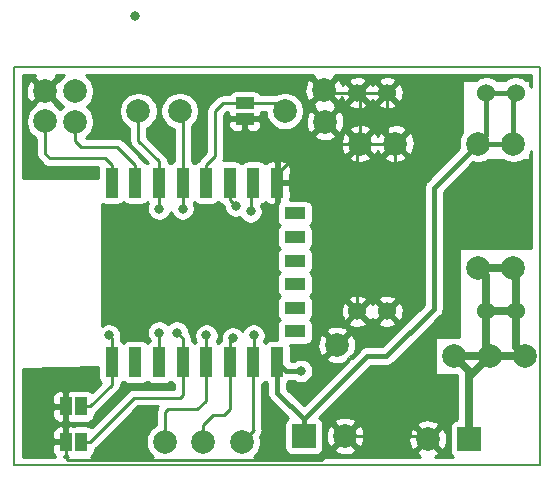
<source format=gbr>
%TF.GenerationSoftware,KiCad,Pcbnew,5.1.2-f72e74a~84~ubuntu18.04.1*%
%TF.CreationDate,2019-05-18T14:46:29+02:00*%
%TF.ProjectId,rgbww-micro-board,72676277-772d-46d6-9963-726f2d626f61,rev?*%
%TF.SameCoordinates,PXb903480PY55d4a80*%
%TF.FileFunction,Copper,L1,Top*%
%TF.FilePolarity,Positive*%
%FSLAX46Y46*%
G04 Gerber Fmt 4.6, Leading zero omitted, Abs format (unit mm)*
G04 Created by KiCad (PCBNEW 5.1.2-f72e74a~84~ubuntu18.04.1) date 2019-05-18 14:46:29*
%MOMM*%
%LPD*%
G04 APERTURE LIST*
%ADD10C,0.200000*%
%ADD11C,1.998980*%
%ADD12R,1.000000X2.500000*%
%ADD13R,1.800000X1.000000*%
%ADD14C,1.524000*%
%ADD15R,2.000000X2.000000*%
%ADD16C,2.000000*%
%ADD17R,1.000000X1.500000*%
%ADD18R,1.500000X1.000000*%
%ADD19C,0.800000*%
%ADD20C,0.400000*%
%ADD21C,0.250000*%
%ADD22C,0.700000*%
%ADD23C,0.254000*%
G04 APERTURE END LIST*
D10*
X44500000Y33750000D02*
X0Y33750000D01*
X44500000Y0D02*
X44500000Y33750000D01*
X0Y0D02*
X44500000Y0D01*
X0Y33750000D02*
X0Y0D01*
D11*
X27300000Y10200000D03*
X26300000Y29100000D03*
X26200000Y31800000D03*
D12*
X8240000Y8740000D03*
X10240000Y8740000D03*
X12240000Y8740000D03*
X14240000Y8740000D03*
X16240000Y8740000D03*
X18240000Y8740000D03*
X20240000Y8740000D03*
X22240000Y8740000D03*
D13*
X23740000Y11340000D03*
X23740000Y13340000D03*
X23740000Y15340000D03*
X23740000Y17340000D03*
X23740000Y19340000D03*
X23740000Y21340000D03*
D12*
X22240000Y23940000D03*
X20240000Y23940000D03*
X18240000Y23940000D03*
X16240000Y23940000D03*
X14240000Y23940000D03*
X12240000Y23940000D03*
X10240000Y23940000D03*
X8240000Y23940000D03*
D14*
X42450000Y13050000D03*
X39950000Y13050000D03*
X31550000Y13050000D03*
X29050000Y13050000D03*
X42450000Y31550000D03*
X39950000Y31550000D03*
X31550000Y31550000D03*
X29050000Y31550000D03*
D11*
X19250000Y2000000D03*
X14000000Y30000000D03*
X10500000Y30000000D03*
X12750000Y2000000D03*
X42250000Y27250000D03*
X39250000Y27250000D03*
X5120000Y31670000D03*
X2600000Y29120000D03*
X5120000Y29110000D03*
X22900000Y30000000D03*
X2600000Y31680000D03*
X32250000Y27250000D03*
X29250000Y27250000D03*
X42250000Y16750000D03*
X40250000Y9250000D03*
X43250000Y9250000D03*
X37250000Y9250000D03*
X39250000Y16750000D03*
X16000000Y2000000D03*
D15*
X24500000Y2500000D03*
D16*
X28000000Y2500000D03*
X35000000Y2250000D03*
D15*
X38500000Y2250000D03*
D17*
X4350000Y5000000D03*
X5650000Y5000000D03*
D18*
X19500000Y29350000D03*
X19500000Y30650000D03*
D17*
X5650000Y2000000D03*
X4350000Y2000000D03*
D19*
X10220000Y38080000D03*
X10220000Y38080000D03*
X10220000Y38080000D03*
X10220000Y38080000D03*
X10220000Y38080000D03*
X10220000Y38080000D03*
X10220000Y38080000D03*
X10220000Y38080000D03*
X10220000Y38080000D03*
X24250000Y8000000D03*
X9500000Y13750000D03*
X11250000Y13750000D03*
X13000000Y13750000D03*
X13000000Y15500000D03*
X11250000Y15500000D03*
X9500000Y15500000D03*
X20750000Y17000000D03*
X20750000Y19000000D03*
X26000000Y24000000D03*
X26000000Y22000000D03*
X26000000Y26000000D03*
X21750000Y20250000D03*
X21750000Y18000000D03*
X25750000Y16000000D03*
X15750000Y27750000D03*
X12500000Y27750000D03*
X8500000Y32250000D03*
X12250000Y32250000D03*
X16250000Y32250000D03*
X21100000Y27900000D03*
X21500000Y32250000D03*
X2500000Y5500000D03*
X2500000Y3250000D03*
X9250000Y1750000D03*
X9250000Y1750000D03*
X9250000Y1750000D03*
X10500000Y4000000D03*
X8000000Y11000000D03*
X13750000Y11250000D03*
X12250000Y11250000D03*
X20000000Y21500000D03*
X18750000Y22000000D03*
X14250000Y21750000D03*
X12250000Y21750000D03*
X18500000Y10750000D03*
X20250000Y11000000D03*
X16250000Y11000000D03*
D20*
X22240000Y6160000D02*
X22240000Y8740000D01*
X24500000Y2500000D02*
X24500000Y3900000D01*
X24500000Y3900000D02*
X22240000Y6160000D01*
X22980000Y8000000D02*
X22240000Y8740000D01*
X24250000Y8000000D02*
X22980000Y8000000D01*
X24500000Y3900000D02*
X29850000Y9250000D01*
X29850000Y9250000D02*
X31500000Y9250000D01*
X31500000Y9250000D02*
X35500000Y13250000D01*
X35500000Y23500000D02*
X39250000Y27250000D01*
X35500000Y13250000D02*
X35500000Y23500000D01*
X39250000Y27250000D02*
X42250000Y27250000D01*
X42250000Y31350000D02*
X42450000Y31550000D01*
X42250000Y27250000D02*
X42250000Y31350000D01*
X42450000Y31550000D02*
X39950000Y31550000D01*
X39950000Y27950000D02*
X39250000Y27250000D01*
X39950000Y31550000D02*
X39950000Y27950000D01*
D21*
X4350000Y2000000D02*
X4350000Y5000000D01*
X22240000Y25440000D02*
X22240000Y23940000D01*
X22240000Y25860000D02*
X22240000Y25440000D01*
X19500000Y28600000D02*
X22240000Y25860000D01*
X19500000Y29350000D02*
X19500000Y28600000D01*
X30127630Y31550000D02*
X31550000Y31550000D01*
X29050000Y31550000D02*
X30127630Y31550000D01*
X31550000Y27950000D02*
X32250000Y27250000D01*
X31550000Y31550000D02*
X31550000Y27950000D01*
X30836508Y27250000D02*
X29250000Y27250000D01*
X32250000Y27250000D02*
X30836508Y27250000D01*
X29250000Y31350000D02*
X29050000Y31550000D01*
X29250000Y27250000D02*
X29250000Y31350000D01*
X32250000Y27250000D02*
X32250000Y14500000D01*
X32311999Y14438001D02*
X32311999Y13811999D01*
X32311999Y13811999D02*
X31550000Y13050000D01*
X32250000Y14500000D02*
X32311999Y14438001D01*
X29050000Y27050000D02*
X29250000Y27250000D01*
X29050000Y13050000D02*
X29050000Y27050000D01*
X22240000Y24690000D02*
X22240000Y23940000D01*
X24800000Y27250000D02*
X22240000Y24690000D01*
X29250000Y27250000D02*
X24800000Y27250000D01*
X34750000Y2500000D02*
X35000000Y2250000D01*
X28000000Y2500000D02*
X34750000Y2500000D01*
X30788001Y12288001D02*
X31550000Y13050000D01*
X29811999Y12288001D02*
X30788001Y12288001D01*
X29050000Y13050000D02*
X29811999Y12288001D01*
X4350000Y2000000D02*
X4350000Y650000D01*
X4350000Y650000D02*
X4500000Y500000D01*
X26000000Y500000D02*
X28000000Y2500000D01*
X4500000Y500000D02*
X26000000Y500000D01*
X26450000Y31550000D02*
X26200000Y31800000D01*
X29050000Y31550000D02*
X26450000Y31550000D01*
D22*
X38500000Y8000000D02*
X37250000Y9250000D01*
X38500000Y2250000D02*
X38500000Y8000000D01*
X38500000Y7500000D02*
X40250000Y9250000D01*
X38500000Y2250000D02*
X38500000Y7500000D01*
X42450000Y13050000D02*
X39950000Y13050000D01*
X42250000Y16750000D02*
X39250000Y16750000D01*
X42450000Y13050000D02*
X42450000Y16550000D01*
X42450000Y16550000D02*
X42250000Y16750000D01*
X39950000Y16050000D02*
X39250000Y16750000D01*
X39950000Y13050000D02*
X39950000Y16050000D01*
X39950000Y13050000D02*
X39950000Y9550000D01*
X39950000Y9550000D02*
X40250000Y9250000D01*
X42450000Y13050000D02*
X42450000Y10050000D01*
X42450000Y10050000D02*
X43250000Y9250000D01*
X40250000Y9250000D02*
X43250000Y9250000D01*
X37250000Y9250000D02*
X40250000Y9250000D01*
D21*
X8240000Y23940000D02*
X8240000Y25440000D01*
X7680000Y26000000D02*
X3000000Y26000000D01*
X8240000Y25440000D02*
X7680000Y26000000D01*
X2600000Y26400000D02*
X2600000Y29120000D01*
X3000000Y26000000D02*
X2600000Y26400000D01*
X5120000Y27480000D02*
X5120000Y29110000D01*
X5600000Y27000000D02*
X5120000Y27480000D01*
X10240000Y23940000D02*
X10240000Y25440000D01*
X8680000Y27000000D02*
X5600000Y27000000D01*
X10240000Y25440000D02*
X8680000Y27000000D01*
X16240000Y25440000D02*
X17000000Y26200000D01*
X16240000Y23940000D02*
X16240000Y25440000D01*
X17000000Y26200000D02*
X17000000Y30000000D01*
X17650000Y30650000D02*
X19500000Y30650000D01*
X17000000Y30000000D02*
X17650000Y30650000D01*
X22850000Y30650000D02*
X23500000Y30000000D01*
X19500000Y30650000D02*
X22850000Y30650000D01*
X8240000Y7240000D02*
X8240000Y8740000D01*
X8240000Y6840000D02*
X8240000Y7240000D01*
X6400000Y5000000D02*
X8240000Y6840000D01*
X5650000Y5000000D02*
X6400000Y5000000D01*
X8240000Y8740000D02*
X8240000Y10760000D01*
X8240000Y10760000D02*
X8000000Y11000000D01*
X6400000Y2000000D02*
X10150000Y5750000D01*
X5650000Y2000000D02*
X6400000Y2000000D01*
X10150000Y5750000D02*
X14000000Y5750000D01*
X14240000Y5990000D02*
X14240000Y8740000D01*
X14000000Y5750000D02*
X14240000Y5990000D01*
X14240000Y10760000D02*
X14240000Y8740000D01*
X13750000Y11250000D02*
X14240000Y10760000D01*
X12250000Y8750000D02*
X12240000Y8740000D01*
X12250000Y11250000D02*
X12250000Y8750000D01*
X20000000Y23700000D02*
X20240000Y23940000D01*
X20000000Y21500000D02*
X20000000Y23700000D01*
X18240000Y23940000D02*
X18240000Y22510000D01*
X18240000Y22510000D02*
X18750000Y22000000D01*
X14240000Y29760000D02*
X14000000Y30000000D01*
X14240000Y23940000D02*
X14240000Y29760000D01*
X14250000Y23930000D02*
X14240000Y23940000D01*
X14250000Y21750000D02*
X14250000Y23930000D01*
X12240000Y23940000D02*
X12240000Y25760000D01*
X12240000Y25760000D02*
X10500000Y27500000D01*
X10500000Y27500000D02*
X10500000Y30000000D01*
X12250000Y23930000D02*
X12240000Y23940000D01*
X12250000Y21750000D02*
X12250000Y23930000D01*
X16000000Y3413492D02*
X16836508Y4250000D01*
X16000000Y2000000D02*
X16000000Y3413492D01*
X16836508Y4250000D02*
X17750000Y4250000D01*
X18240000Y4740000D02*
X18240000Y8740000D01*
X17750000Y4250000D02*
X18240000Y4740000D01*
X18240000Y8740000D02*
X18240000Y10490000D01*
X18240000Y10490000D02*
X18500000Y10750000D01*
X20249489Y2999489D02*
X20249489Y3000511D01*
X19250000Y2000000D02*
X20249489Y2999489D01*
X20240000Y3010000D02*
X20240000Y8740000D01*
X20249489Y3000511D02*
X20240000Y3010000D01*
X20250000Y8750000D02*
X20240000Y8740000D01*
X20250000Y11000000D02*
X20250000Y8750000D01*
X12750000Y4500000D02*
X12750000Y2000000D01*
X13000000Y4750000D02*
X12750000Y4500000D01*
X15500000Y4750000D02*
X13000000Y4750000D01*
X16240000Y8740000D02*
X16240000Y5490000D01*
X16240000Y5490000D02*
X15500000Y4750000D01*
X16250000Y8750000D02*
X16240000Y8740000D01*
X16250000Y11000000D02*
X16250000Y8750000D01*
D23*
G36*
X12115026Y4924276D02*
G01*
X12055974Y4813799D01*
X12044454Y4792246D01*
X12000997Y4648985D01*
X11990000Y4537332D01*
X11990000Y4537322D01*
X11986324Y4500000D01*
X11990000Y4462677D01*
X11990000Y3454358D01*
X11975778Y3448467D01*
X11708073Y3269592D01*
X11480408Y3041927D01*
X11301533Y2774222D01*
X11178322Y2476763D01*
X11115510Y2160983D01*
X11115510Y1839017D01*
X11178322Y1523237D01*
X11301533Y1225778D01*
X11480408Y958073D01*
X11703481Y735000D01*
X6523426Y735000D01*
X6601185Y798815D01*
X6680537Y895506D01*
X6739502Y1005820D01*
X6775812Y1125518D01*
X6788072Y1250000D01*
X6788072Y1345674D01*
X6824276Y1365026D01*
X6940001Y1459999D01*
X6963804Y1489003D01*
X10464802Y4990000D01*
X12168965Y4990000D01*
X12115026Y4924276D01*
X12115026Y4924276D01*
G37*
X12115026Y4924276D02*
X12055974Y4813799D01*
X12044454Y4792246D01*
X12000997Y4648985D01*
X11990000Y4537332D01*
X11990000Y4537322D01*
X11986324Y4500000D01*
X11990000Y4462677D01*
X11990000Y3454358D01*
X11975778Y3448467D01*
X11708073Y3269592D01*
X11480408Y3041927D01*
X11301533Y2774222D01*
X11178322Y2476763D01*
X11115510Y2160983D01*
X11115510Y1839017D01*
X11178322Y1523237D01*
X11301533Y1225778D01*
X11480408Y958073D01*
X11703481Y735000D01*
X6523426Y735000D01*
X6601185Y798815D01*
X6680537Y895506D01*
X6739502Y1005820D01*
X6775812Y1125518D01*
X6788072Y1250000D01*
X6788072Y1345674D01*
X6824276Y1365026D01*
X6940001Y1459999D01*
X6963804Y1489003D01*
X10464802Y4990000D01*
X12168965Y4990000D01*
X12115026Y4924276D01*
G36*
X4515750Y735000D02*
G01*
X4477002Y735000D01*
X4477002Y773748D01*
X4515750Y735000D01*
X4515750Y735000D01*
G37*
X4515750Y735000D02*
X4477002Y735000D01*
X4477002Y773748D01*
X4515750Y735000D01*
G36*
X7101928Y7490000D02*
G01*
X7114188Y7365518D01*
X7150498Y7245820D01*
X7209463Y7135506D01*
X7288815Y7038815D01*
X7330117Y7004919D01*
X6560101Y6234902D01*
X6504494Y6280537D01*
X6394180Y6339502D01*
X6274482Y6375812D01*
X6150000Y6388072D01*
X5150000Y6388072D01*
X5025518Y6375812D01*
X5000000Y6368071D01*
X4974482Y6375812D01*
X4850000Y6388072D01*
X4635750Y6385000D01*
X4477000Y6226250D01*
X4477000Y5127000D01*
X4497000Y5127000D01*
X4497000Y4873000D01*
X4477000Y4873000D01*
X4477000Y3773750D01*
X4635750Y3615000D01*
X4850000Y3611928D01*
X4974482Y3624188D01*
X5000000Y3631929D01*
X5025518Y3624188D01*
X5150000Y3611928D01*
X6150000Y3611928D01*
X6274482Y3624188D01*
X6394180Y3660498D01*
X6504494Y3719463D01*
X6601185Y3798815D01*
X6680537Y3895506D01*
X6739502Y4005820D01*
X6775812Y4125518D01*
X6788072Y4250000D01*
X6788072Y4345674D01*
X6824276Y4365026D01*
X6940001Y4459999D01*
X6963804Y4489003D01*
X8751004Y6276202D01*
X8780001Y6299999D01*
X8812420Y6339502D01*
X8874974Y6415723D01*
X8945546Y6547753D01*
X8962919Y6605026D01*
X8989003Y6691014D01*
X9000000Y6802667D01*
X9000000Y6802677D01*
X9003676Y6840000D01*
X9000000Y6877323D01*
X9000000Y6908954D01*
X9094494Y6959463D01*
X9191185Y7038815D01*
X9240000Y7098296D01*
X9288815Y7038815D01*
X9385506Y6959463D01*
X9495820Y6900498D01*
X9615518Y6864188D01*
X9740000Y6851928D01*
X10740000Y6851928D01*
X10864482Y6864188D01*
X10984180Y6900498D01*
X11094494Y6959463D01*
X11191185Y7038815D01*
X11240000Y7098296D01*
X11288815Y7038815D01*
X11385506Y6959463D01*
X11495820Y6900498D01*
X11615518Y6864188D01*
X11740000Y6851928D01*
X12740000Y6851928D01*
X12864482Y6864188D01*
X12984180Y6900498D01*
X13094494Y6959463D01*
X13191185Y7038815D01*
X13240000Y7098296D01*
X13288815Y7038815D01*
X13385506Y6959463D01*
X13480000Y6908954D01*
X13480000Y6510000D01*
X10187323Y6510000D01*
X10150000Y6513676D01*
X10112677Y6510000D01*
X10112667Y6510000D01*
X10001014Y6499003D01*
X9857753Y6455546D01*
X9725724Y6384974D01*
X9609999Y6290001D01*
X9586201Y6261003D01*
X6560101Y3234902D01*
X6504494Y3280537D01*
X6394180Y3339502D01*
X6274482Y3375812D01*
X6150000Y3388072D01*
X5150000Y3388072D01*
X5025518Y3375812D01*
X5000000Y3368071D01*
X4974482Y3375812D01*
X4850000Y3388072D01*
X4635750Y3385000D01*
X4477000Y3226250D01*
X4477000Y2127000D01*
X4497000Y2127000D01*
X4497000Y1873000D01*
X4477000Y1873000D01*
X4477000Y1853000D01*
X4223000Y1853000D01*
X4223000Y1873000D01*
X3373750Y1873000D01*
X3215000Y1714250D01*
X3211928Y1250000D01*
X3224188Y1125518D01*
X3260498Y1005820D01*
X3319463Y895506D01*
X3398815Y798815D01*
X3476574Y735000D01*
X735000Y735000D01*
X735000Y2750000D01*
X3211928Y2750000D01*
X3215000Y2285750D01*
X3373750Y2127000D01*
X4223000Y2127000D01*
X4223000Y3226250D01*
X4064250Y3385000D01*
X3850000Y3388072D01*
X3725518Y3375812D01*
X3605820Y3339502D01*
X3495506Y3280537D01*
X3398815Y3201185D01*
X3319463Y3104494D01*
X3260498Y2994180D01*
X3224188Y2874482D01*
X3211928Y2750000D01*
X735000Y2750000D01*
X735000Y4250000D01*
X3211928Y4250000D01*
X3224188Y4125518D01*
X3260498Y4005820D01*
X3319463Y3895506D01*
X3398815Y3798815D01*
X3495506Y3719463D01*
X3605820Y3660498D01*
X3725518Y3624188D01*
X3850000Y3611928D01*
X4064250Y3615000D01*
X4223000Y3773750D01*
X4223000Y4873000D01*
X3373750Y4873000D01*
X3215000Y4714250D01*
X3211928Y4250000D01*
X735000Y4250000D01*
X735000Y5750000D01*
X3211928Y5750000D01*
X3215000Y5285750D01*
X3373750Y5127000D01*
X4223000Y5127000D01*
X4223000Y6226250D01*
X4064250Y6385000D01*
X3850000Y6388072D01*
X3725518Y6375812D01*
X3605820Y6339502D01*
X3495506Y6280537D01*
X3398815Y6201185D01*
X3319463Y6104494D01*
X3260498Y5994180D01*
X3224188Y5874482D01*
X3211928Y5750000D01*
X735000Y5750000D01*
X735000Y8155762D01*
X7101928Y8367993D01*
X7101928Y7490000D01*
X7101928Y7490000D01*
G37*
X7101928Y7490000D02*
X7114188Y7365518D01*
X7150498Y7245820D01*
X7209463Y7135506D01*
X7288815Y7038815D01*
X7330117Y7004919D01*
X6560101Y6234902D01*
X6504494Y6280537D01*
X6394180Y6339502D01*
X6274482Y6375812D01*
X6150000Y6388072D01*
X5150000Y6388072D01*
X5025518Y6375812D01*
X5000000Y6368071D01*
X4974482Y6375812D01*
X4850000Y6388072D01*
X4635750Y6385000D01*
X4477000Y6226250D01*
X4477000Y5127000D01*
X4497000Y5127000D01*
X4497000Y4873000D01*
X4477000Y4873000D01*
X4477000Y3773750D01*
X4635750Y3615000D01*
X4850000Y3611928D01*
X4974482Y3624188D01*
X5000000Y3631929D01*
X5025518Y3624188D01*
X5150000Y3611928D01*
X6150000Y3611928D01*
X6274482Y3624188D01*
X6394180Y3660498D01*
X6504494Y3719463D01*
X6601185Y3798815D01*
X6680537Y3895506D01*
X6739502Y4005820D01*
X6775812Y4125518D01*
X6788072Y4250000D01*
X6788072Y4345674D01*
X6824276Y4365026D01*
X6940001Y4459999D01*
X6963804Y4489003D01*
X8751004Y6276202D01*
X8780001Y6299999D01*
X8812420Y6339502D01*
X8874974Y6415723D01*
X8945546Y6547753D01*
X8962919Y6605026D01*
X8989003Y6691014D01*
X9000000Y6802667D01*
X9000000Y6802677D01*
X9003676Y6840000D01*
X9000000Y6877323D01*
X9000000Y6908954D01*
X9094494Y6959463D01*
X9191185Y7038815D01*
X9240000Y7098296D01*
X9288815Y7038815D01*
X9385506Y6959463D01*
X9495820Y6900498D01*
X9615518Y6864188D01*
X9740000Y6851928D01*
X10740000Y6851928D01*
X10864482Y6864188D01*
X10984180Y6900498D01*
X11094494Y6959463D01*
X11191185Y7038815D01*
X11240000Y7098296D01*
X11288815Y7038815D01*
X11385506Y6959463D01*
X11495820Y6900498D01*
X11615518Y6864188D01*
X11740000Y6851928D01*
X12740000Y6851928D01*
X12864482Y6864188D01*
X12984180Y6900498D01*
X13094494Y6959463D01*
X13191185Y7038815D01*
X13240000Y7098296D01*
X13288815Y7038815D01*
X13385506Y6959463D01*
X13480000Y6908954D01*
X13480000Y6510000D01*
X10187323Y6510000D01*
X10150000Y6513676D01*
X10112677Y6510000D01*
X10112667Y6510000D01*
X10001014Y6499003D01*
X9857753Y6455546D01*
X9725724Y6384974D01*
X9609999Y6290001D01*
X9586201Y6261003D01*
X6560101Y3234902D01*
X6504494Y3280537D01*
X6394180Y3339502D01*
X6274482Y3375812D01*
X6150000Y3388072D01*
X5150000Y3388072D01*
X5025518Y3375812D01*
X5000000Y3368071D01*
X4974482Y3375812D01*
X4850000Y3388072D01*
X4635750Y3385000D01*
X4477000Y3226250D01*
X4477000Y2127000D01*
X4497000Y2127000D01*
X4497000Y1873000D01*
X4477000Y1873000D01*
X4477000Y1853000D01*
X4223000Y1853000D01*
X4223000Y1873000D01*
X3373750Y1873000D01*
X3215000Y1714250D01*
X3211928Y1250000D01*
X3224188Y1125518D01*
X3260498Y1005820D01*
X3319463Y895506D01*
X3398815Y798815D01*
X3476574Y735000D01*
X735000Y735000D01*
X735000Y2750000D01*
X3211928Y2750000D01*
X3215000Y2285750D01*
X3373750Y2127000D01*
X4223000Y2127000D01*
X4223000Y3226250D01*
X4064250Y3385000D01*
X3850000Y3388072D01*
X3725518Y3375812D01*
X3605820Y3339502D01*
X3495506Y3280537D01*
X3398815Y3201185D01*
X3319463Y3104494D01*
X3260498Y2994180D01*
X3224188Y2874482D01*
X3211928Y2750000D01*
X735000Y2750000D01*
X735000Y4250000D01*
X3211928Y4250000D01*
X3224188Y4125518D01*
X3260498Y4005820D01*
X3319463Y3895506D01*
X3398815Y3798815D01*
X3495506Y3719463D01*
X3605820Y3660498D01*
X3725518Y3624188D01*
X3850000Y3611928D01*
X4064250Y3615000D01*
X4223000Y3773750D01*
X4223000Y4873000D01*
X3373750Y4873000D01*
X3215000Y4714250D01*
X3211928Y4250000D01*
X735000Y4250000D01*
X735000Y5750000D01*
X3211928Y5750000D01*
X3215000Y5285750D01*
X3373750Y5127000D01*
X4223000Y5127000D01*
X4223000Y6226250D01*
X4064250Y6385000D01*
X3850000Y6388072D01*
X3725518Y6375812D01*
X3605820Y6339502D01*
X3495506Y6280537D01*
X3398815Y6201185D01*
X3319463Y6104494D01*
X3260498Y5994180D01*
X3224188Y5874482D01*
X3211928Y5750000D01*
X735000Y5750000D01*
X735000Y8155762D01*
X7101928Y8367993D01*
X7101928Y7490000D01*
G36*
X4222998Y735000D02*
G01*
X4184250Y735000D01*
X4222998Y773748D01*
X4222998Y735000D01*
X4222998Y735000D01*
G37*
X4222998Y735000D02*
X4184250Y735000D01*
X4222998Y773748D01*
X4222998Y735000D01*
G36*
X43765001Y18377000D02*
G01*
X42448638Y18377000D01*
X42410983Y18384490D01*
X42089017Y18384490D01*
X42051362Y18377000D01*
X39448638Y18377000D01*
X39410983Y18384490D01*
X39089017Y18384490D01*
X39051362Y18377000D01*
X37750000Y18377000D01*
X37725224Y18374560D01*
X37701399Y18367333D01*
X37679443Y18355597D01*
X37660197Y18339803D01*
X37644403Y18320557D01*
X37632667Y18298601D01*
X37625440Y18274776D01*
X37623000Y18250000D01*
X37623000Y16948638D01*
X37615510Y16910983D01*
X37615510Y16589017D01*
X37623000Y16551362D01*
X37623000Y10877000D01*
X37448638Y10877000D01*
X37410983Y10884490D01*
X37089017Y10884490D01*
X37051362Y10877000D01*
X35750000Y10877000D01*
X35725224Y10874560D01*
X35701399Y10867333D01*
X35679443Y10855597D01*
X35660197Y10839803D01*
X35644403Y10820557D01*
X35632667Y10798601D01*
X35625440Y10774776D01*
X35623000Y10750000D01*
X35623000Y9448638D01*
X35615510Y9410983D01*
X35615510Y9089017D01*
X35623000Y9051362D01*
X35623000Y7750000D01*
X35625440Y7725224D01*
X35632667Y7701399D01*
X35644403Y7679443D01*
X35660197Y7660197D01*
X35679443Y7644403D01*
X35701399Y7632667D01*
X35725224Y7625440D01*
X35750000Y7623000D01*
X37051362Y7623000D01*
X37089017Y7615510D01*
X37410983Y7615510D01*
X37448638Y7623000D01*
X37483999Y7623000D01*
X37515001Y7591998D01*
X37515001Y7548389D01*
X37510235Y7500000D01*
X37515001Y7451611D01*
X37515000Y3888072D01*
X37500000Y3888072D01*
X37375518Y3875812D01*
X37255820Y3839502D01*
X37145506Y3780537D01*
X37048815Y3701185D01*
X36969463Y3604494D01*
X36910498Y3494180D01*
X36874188Y3374482D01*
X36861928Y3250000D01*
X36861928Y1250000D01*
X36874188Y1125518D01*
X36910498Y1005820D01*
X36969463Y895506D01*
X37048815Y798815D01*
X37126574Y735000D01*
X35621814Y735000D01*
X35686088Y757205D01*
X35860044Y850186D01*
X35955808Y1114587D01*
X35000000Y2070395D01*
X34044192Y1114587D01*
X34139956Y850186D01*
X34376734Y735000D01*
X20296519Y735000D01*
X20519592Y958073D01*
X20698467Y1225778D01*
X20821678Y1523237D01*
X20884490Y1839017D01*
X20884490Y2160983D01*
X20821678Y2476763D01*
X20815637Y2491348D01*
X20830035Y2508892D01*
X20884463Y2575212D01*
X20955035Y2707242D01*
X20968005Y2750000D01*
X20998492Y2850503D01*
X21009489Y2962156D01*
X21009489Y2962166D01*
X21013165Y2999489D01*
X21013115Y3000001D01*
X21013165Y3000512D01*
X21009489Y3037834D01*
X21009489Y3037843D01*
X21000000Y3134185D01*
X21000000Y6908954D01*
X21094494Y6959463D01*
X21191185Y7038815D01*
X21240000Y7098296D01*
X21288815Y7038815D01*
X21385506Y6959463D01*
X21405000Y6949043D01*
X21405000Y6201019D01*
X21400960Y6160000D01*
X21405000Y6118982D01*
X21417082Y5996312D01*
X21464828Y5838914D01*
X21542364Y5693855D01*
X21646709Y5566709D01*
X21678579Y5540554D01*
X23173586Y4045546D01*
X23145506Y4030537D01*
X23048815Y3951185D01*
X22969463Y3854494D01*
X22910498Y3744180D01*
X22874188Y3624482D01*
X22861928Y3500000D01*
X22861928Y1500000D01*
X22874188Y1375518D01*
X22910498Y1255820D01*
X22969463Y1145506D01*
X23048815Y1048815D01*
X23145506Y969463D01*
X23255820Y910498D01*
X23375518Y874188D01*
X23500000Y861928D01*
X25500000Y861928D01*
X25624482Y874188D01*
X25744180Y910498D01*
X25854494Y969463D01*
X25951185Y1048815D01*
X26030537Y1145506D01*
X26089502Y1255820D01*
X26122496Y1364587D01*
X27044192Y1364587D01*
X27139956Y1100186D01*
X27429571Y959296D01*
X27741108Y877616D01*
X28062595Y858282D01*
X28381675Y902039D01*
X28686088Y1007205D01*
X28860044Y1100186D01*
X28955808Y1364587D01*
X28000000Y2320395D01*
X27044192Y1364587D01*
X26122496Y1364587D01*
X26125812Y1375518D01*
X26138072Y1500000D01*
X26138072Y2437405D01*
X26358282Y2437405D01*
X26402039Y2118325D01*
X26507205Y1813912D01*
X26600186Y1639956D01*
X26864587Y1544192D01*
X27820395Y2500000D01*
X28179605Y2500000D01*
X29135413Y1544192D01*
X29399814Y1639956D01*
X29540704Y1929571D01*
X29608303Y2187405D01*
X33358282Y2187405D01*
X33402039Y1868325D01*
X33507205Y1563912D01*
X33600186Y1389956D01*
X33864587Y1294192D01*
X34820395Y2250000D01*
X35179605Y2250000D01*
X36135413Y1294192D01*
X36399814Y1389956D01*
X36540704Y1679571D01*
X36622384Y1991108D01*
X36641718Y2312595D01*
X36597961Y2631675D01*
X36492795Y2936088D01*
X36399814Y3110044D01*
X36135413Y3205808D01*
X35179605Y2250000D01*
X34820395Y2250000D01*
X33864587Y3205808D01*
X33600186Y3110044D01*
X33459296Y2820429D01*
X33377616Y2508892D01*
X33358282Y2187405D01*
X29608303Y2187405D01*
X29622384Y2241108D01*
X29641718Y2562595D01*
X29597961Y2881675D01*
X29492795Y3186088D01*
X29399814Y3360044D01*
X29329772Y3385413D01*
X34044192Y3385413D01*
X35000000Y2429605D01*
X35955808Y3385413D01*
X35860044Y3649814D01*
X35570429Y3790704D01*
X35258892Y3872384D01*
X34937405Y3891718D01*
X34618325Y3847961D01*
X34313912Y3742795D01*
X34139956Y3649814D01*
X34044192Y3385413D01*
X29329772Y3385413D01*
X29135413Y3455808D01*
X28179605Y2500000D01*
X27820395Y2500000D01*
X26864587Y3455808D01*
X26600186Y3360044D01*
X26459296Y3070429D01*
X26377616Y2758892D01*
X26358282Y2437405D01*
X26138072Y2437405D01*
X26138072Y3500000D01*
X26125812Y3624482D01*
X26122497Y3635413D01*
X27044192Y3635413D01*
X28000000Y2679605D01*
X28955808Y3635413D01*
X28860044Y3899814D01*
X28570429Y4040704D01*
X28258892Y4122384D01*
X27937405Y4141718D01*
X27618325Y4097961D01*
X27313912Y3992795D01*
X27139956Y3899814D01*
X27044192Y3635413D01*
X26122497Y3635413D01*
X26089502Y3744180D01*
X26030537Y3854494D01*
X25951185Y3951185D01*
X25854494Y4030537D01*
X25826414Y4045546D01*
X30195869Y8415000D01*
X31458982Y8415000D01*
X31500000Y8410960D01*
X31541018Y8415000D01*
X31541019Y8415000D01*
X31663689Y8427082D01*
X31821087Y8474828D01*
X31966146Y8552364D01*
X32093291Y8656709D01*
X32119446Y8688579D01*
X36061428Y12630560D01*
X36093291Y12656709D01*
X36197636Y12783854D01*
X36275172Y12928913D01*
X36322918Y13086311D01*
X36335000Y13208981D01*
X36335000Y13208983D01*
X36339040Y13249999D01*
X36335000Y13291015D01*
X36335000Y23154133D01*
X38844930Y25664062D01*
X39089017Y25615510D01*
X39410983Y25615510D01*
X39726763Y25678322D01*
X40024222Y25801533D01*
X40131180Y25873000D01*
X41368820Y25873000D01*
X41475778Y25801533D01*
X41773237Y25678322D01*
X42089017Y25615510D01*
X42410983Y25615510D01*
X42726763Y25678322D01*
X43024222Y25801533D01*
X43131180Y25873000D01*
X43500000Y25873000D01*
X43524776Y25875440D01*
X43548601Y25882667D01*
X43570557Y25894403D01*
X43589803Y25910197D01*
X43605597Y25929443D01*
X43617333Y25951399D01*
X43624560Y25975224D01*
X43627000Y26000000D01*
X43627000Y26368820D01*
X43698467Y26475778D01*
X43765001Y26636405D01*
X43765001Y18377000D01*
X43765001Y18377000D01*
G37*
X43765001Y18377000D02*
X42448638Y18377000D01*
X42410983Y18384490D01*
X42089017Y18384490D01*
X42051362Y18377000D01*
X39448638Y18377000D01*
X39410983Y18384490D01*
X39089017Y18384490D01*
X39051362Y18377000D01*
X37750000Y18377000D01*
X37725224Y18374560D01*
X37701399Y18367333D01*
X37679443Y18355597D01*
X37660197Y18339803D01*
X37644403Y18320557D01*
X37632667Y18298601D01*
X37625440Y18274776D01*
X37623000Y18250000D01*
X37623000Y16948638D01*
X37615510Y16910983D01*
X37615510Y16589017D01*
X37623000Y16551362D01*
X37623000Y10877000D01*
X37448638Y10877000D01*
X37410983Y10884490D01*
X37089017Y10884490D01*
X37051362Y10877000D01*
X35750000Y10877000D01*
X35725224Y10874560D01*
X35701399Y10867333D01*
X35679443Y10855597D01*
X35660197Y10839803D01*
X35644403Y10820557D01*
X35632667Y10798601D01*
X35625440Y10774776D01*
X35623000Y10750000D01*
X35623000Y9448638D01*
X35615510Y9410983D01*
X35615510Y9089017D01*
X35623000Y9051362D01*
X35623000Y7750000D01*
X35625440Y7725224D01*
X35632667Y7701399D01*
X35644403Y7679443D01*
X35660197Y7660197D01*
X35679443Y7644403D01*
X35701399Y7632667D01*
X35725224Y7625440D01*
X35750000Y7623000D01*
X37051362Y7623000D01*
X37089017Y7615510D01*
X37410983Y7615510D01*
X37448638Y7623000D01*
X37483999Y7623000D01*
X37515001Y7591998D01*
X37515001Y7548389D01*
X37510235Y7500000D01*
X37515001Y7451611D01*
X37515000Y3888072D01*
X37500000Y3888072D01*
X37375518Y3875812D01*
X37255820Y3839502D01*
X37145506Y3780537D01*
X37048815Y3701185D01*
X36969463Y3604494D01*
X36910498Y3494180D01*
X36874188Y3374482D01*
X36861928Y3250000D01*
X36861928Y1250000D01*
X36874188Y1125518D01*
X36910498Y1005820D01*
X36969463Y895506D01*
X37048815Y798815D01*
X37126574Y735000D01*
X35621814Y735000D01*
X35686088Y757205D01*
X35860044Y850186D01*
X35955808Y1114587D01*
X35000000Y2070395D01*
X34044192Y1114587D01*
X34139956Y850186D01*
X34376734Y735000D01*
X20296519Y735000D01*
X20519592Y958073D01*
X20698467Y1225778D01*
X20821678Y1523237D01*
X20884490Y1839017D01*
X20884490Y2160983D01*
X20821678Y2476763D01*
X20815637Y2491348D01*
X20830035Y2508892D01*
X20884463Y2575212D01*
X20955035Y2707242D01*
X20968005Y2750000D01*
X20998492Y2850503D01*
X21009489Y2962156D01*
X21009489Y2962166D01*
X21013165Y2999489D01*
X21013115Y3000001D01*
X21013165Y3000512D01*
X21009489Y3037834D01*
X21009489Y3037843D01*
X21000000Y3134185D01*
X21000000Y6908954D01*
X21094494Y6959463D01*
X21191185Y7038815D01*
X21240000Y7098296D01*
X21288815Y7038815D01*
X21385506Y6959463D01*
X21405000Y6949043D01*
X21405000Y6201019D01*
X21400960Y6160000D01*
X21405000Y6118982D01*
X21417082Y5996312D01*
X21464828Y5838914D01*
X21542364Y5693855D01*
X21646709Y5566709D01*
X21678579Y5540554D01*
X23173586Y4045546D01*
X23145506Y4030537D01*
X23048815Y3951185D01*
X22969463Y3854494D01*
X22910498Y3744180D01*
X22874188Y3624482D01*
X22861928Y3500000D01*
X22861928Y1500000D01*
X22874188Y1375518D01*
X22910498Y1255820D01*
X22969463Y1145506D01*
X23048815Y1048815D01*
X23145506Y969463D01*
X23255820Y910498D01*
X23375518Y874188D01*
X23500000Y861928D01*
X25500000Y861928D01*
X25624482Y874188D01*
X25744180Y910498D01*
X25854494Y969463D01*
X25951185Y1048815D01*
X26030537Y1145506D01*
X26089502Y1255820D01*
X26122496Y1364587D01*
X27044192Y1364587D01*
X27139956Y1100186D01*
X27429571Y959296D01*
X27741108Y877616D01*
X28062595Y858282D01*
X28381675Y902039D01*
X28686088Y1007205D01*
X28860044Y1100186D01*
X28955808Y1364587D01*
X28000000Y2320395D01*
X27044192Y1364587D01*
X26122496Y1364587D01*
X26125812Y1375518D01*
X26138072Y1500000D01*
X26138072Y2437405D01*
X26358282Y2437405D01*
X26402039Y2118325D01*
X26507205Y1813912D01*
X26600186Y1639956D01*
X26864587Y1544192D01*
X27820395Y2500000D01*
X28179605Y2500000D01*
X29135413Y1544192D01*
X29399814Y1639956D01*
X29540704Y1929571D01*
X29608303Y2187405D01*
X33358282Y2187405D01*
X33402039Y1868325D01*
X33507205Y1563912D01*
X33600186Y1389956D01*
X33864587Y1294192D01*
X34820395Y2250000D01*
X35179605Y2250000D01*
X36135413Y1294192D01*
X36399814Y1389956D01*
X36540704Y1679571D01*
X36622384Y1991108D01*
X36641718Y2312595D01*
X36597961Y2631675D01*
X36492795Y2936088D01*
X36399814Y3110044D01*
X36135413Y3205808D01*
X35179605Y2250000D01*
X34820395Y2250000D01*
X33864587Y3205808D01*
X33600186Y3110044D01*
X33459296Y2820429D01*
X33377616Y2508892D01*
X33358282Y2187405D01*
X29608303Y2187405D01*
X29622384Y2241108D01*
X29641718Y2562595D01*
X29597961Y2881675D01*
X29492795Y3186088D01*
X29399814Y3360044D01*
X29329772Y3385413D01*
X34044192Y3385413D01*
X35000000Y2429605D01*
X35955808Y3385413D01*
X35860044Y3649814D01*
X35570429Y3790704D01*
X35258892Y3872384D01*
X34937405Y3891718D01*
X34618325Y3847961D01*
X34313912Y3742795D01*
X34139956Y3649814D01*
X34044192Y3385413D01*
X29329772Y3385413D01*
X29135413Y3455808D01*
X28179605Y2500000D01*
X27820395Y2500000D01*
X26864587Y3455808D01*
X26600186Y3360044D01*
X26459296Y3070429D01*
X26377616Y2758892D01*
X26358282Y2437405D01*
X26138072Y2437405D01*
X26138072Y3500000D01*
X26125812Y3624482D01*
X26122497Y3635413D01*
X27044192Y3635413D01*
X28000000Y2679605D01*
X28955808Y3635413D01*
X28860044Y3899814D01*
X28570429Y4040704D01*
X28258892Y4122384D01*
X27937405Y4141718D01*
X27618325Y4097961D01*
X27313912Y3992795D01*
X27139956Y3899814D01*
X27044192Y3635413D01*
X26122497Y3635413D01*
X26089502Y3744180D01*
X26030537Y3854494D01*
X25951185Y3951185D01*
X25854494Y4030537D01*
X25826414Y4045546D01*
X30195869Y8415000D01*
X31458982Y8415000D01*
X31500000Y8410960D01*
X31541018Y8415000D01*
X31541019Y8415000D01*
X31663689Y8427082D01*
X31821087Y8474828D01*
X31966146Y8552364D01*
X32093291Y8656709D01*
X32119446Y8688579D01*
X36061428Y12630560D01*
X36093291Y12656709D01*
X36197636Y12783854D01*
X36275172Y12928913D01*
X36322918Y13086311D01*
X36335000Y13208981D01*
X36335000Y13208983D01*
X36339040Y13249999D01*
X36335000Y13291015D01*
X36335000Y23154133D01*
X38844930Y25664062D01*
X39089017Y25615510D01*
X39410983Y25615510D01*
X39726763Y25678322D01*
X40024222Y25801533D01*
X40131180Y25873000D01*
X41368820Y25873000D01*
X41475778Y25801533D01*
X41773237Y25678322D01*
X42089017Y25615510D01*
X42410983Y25615510D01*
X42726763Y25678322D01*
X43024222Y25801533D01*
X43131180Y25873000D01*
X43500000Y25873000D01*
X43524776Y25875440D01*
X43548601Y25882667D01*
X43570557Y25894403D01*
X43589803Y25910197D01*
X43605597Y25929443D01*
X43617333Y25951399D01*
X43624560Y25975224D01*
X43627000Y26000000D01*
X43627000Y26368820D01*
X43698467Y26475778D01*
X43765001Y26636405D01*
X43765001Y18377000D01*
G36*
X25244555Y32935050D02*
G01*
X26200000Y31979605D01*
X27155445Y32935050D01*
X27126500Y33015000D01*
X43765001Y33015000D01*
X43765001Y32025843D01*
X43688005Y32211727D01*
X43627000Y32303027D01*
X43627000Y32500000D01*
X43624560Y32524776D01*
X43617333Y32548601D01*
X43605597Y32570557D01*
X43589803Y32589803D01*
X43570557Y32605597D01*
X43548601Y32617333D01*
X43524776Y32624560D01*
X43500000Y32627000D01*
X43348655Y32627000D01*
X43340535Y32635120D01*
X43111727Y32788005D01*
X42857490Y32893314D01*
X42587592Y32947000D01*
X42312408Y32947000D01*
X42042510Y32893314D01*
X41788273Y32788005D01*
X41559465Y32635120D01*
X41551345Y32627000D01*
X40848655Y32627000D01*
X40840535Y32635120D01*
X40611727Y32788005D01*
X40357490Y32893314D01*
X40087592Y32947000D01*
X39812408Y32947000D01*
X39542510Y32893314D01*
X39288273Y32788005D01*
X39059465Y32635120D01*
X39051345Y32627000D01*
X38000000Y32627000D01*
X37975224Y32624560D01*
X37951399Y32617333D01*
X37929443Y32605597D01*
X37910197Y32589803D01*
X37894403Y32570557D01*
X37882667Y32548601D01*
X37875440Y32524776D01*
X37873000Y32500000D01*
X37873000Y28131180D01*
X37801533Y28024222D01*
X37678322Y27726763D01*
X37615510Y27410983D01*
X37615510Y27089017D01*
X37664062Y26844930D01*
X34938574Y24119441D01*
X34906710Y24093291D01*
X34880562Y24061429D01*
X34802364Y23966145D01*
X34724828Y23821086D01*
X34677082Y23663688D01*
X34660960Y23500000D01*
X34665001Y23458971D01*
X34665000Y13595868D01*
X31154133Y10085000D01*
X29891018Y10085000D01*
X29850000Y10089040D01*
X29808982Y10085000D01*
X29808981Y10085000D01*
X29686311Y10072918D01*
X29528913Y10025172D01*
X29383854Y9947636D01*
X29256709Y9843291D01*
X29230563Y9811432D01*
X28549370Y9130238D01*
X28435052Y9244556D01*
X28699399Y9340258D01*
X28840238Y9629787D01*
X28921885Y9941229D01*
X28941205Y10262615D01*
X28897454Y10581595D01*
X28792314Y10885911D01*
X28699399Y11059742D01*
X28435050Y11155445D01*
X27479605Y10200000D01*
X27493748Y10185857D01*
X27314143Y10006252D01*
X27300000Y10020395D01*
X26344555Y9064950D01*
X26440258Y8800601D01*
X26729787Y8659762D01*
X27041229Y8578115D01*
X27362615Y8558795D01*
X27681595Y8602546D01*
X27985911Y8707686D01*
X28159742Y8800601D01*
X28255444Y9064948D01*
X28369762Y8950630D01*
X24500001Y5080868D01*
X23075000Y6505867D01*
X23075000Y6949043D01*
X23094494Y6959463D01*
X23191185Y7038815D01*
X23270537Y7135506D01*
X23286302Y7165000D01*
X23636715Y7165000D01*
X23759744Y7082795D01*
X23948102Y7004774D01*
X24148061Y6965000D01*
X24351939Y6965000D01*
X24551898Y7004774D01*
X24740256Y7082795D01*
X24909774Y7196063D01*
X25053937Y7340226D01*
X25167205Y7509744D01*
X25245226Y7698102D01*
X25285000Y7898061D01*
X25285000Y8101939D01*
X25245226Y8301898D01*
X25167205Y8490256D01*
X25053937Y8659774D01*
X24909774Y8803937D01*
X24740256Y8917205D01*
X24551898Y8995226D01*
X24351939Y9035000D01*
X24148061Y9035000D01*
X23948102Y8995226D01*
X23759744Y8917205D01*
X23636715Y8835000D01*
X23378072Y8835000D01*
X23378072Y9990000D01*
X23365812Y10114482D01*
X23358865Y10137385D01*
X25658795Y10137385D01*
X25702546Y9818405D01*
X25807686Y9514089D01*
X25900601Y9340258D01*
X26164950Y9244555D01*
X27120395Y10200000D01*
X26164950Y11155445D01*
X25900601Y11059742D01*
X25759762Y10770213D01*
X25678115Y10458771D01*
X25658795Y10137385D01*
X23358865Y10137385D01*
X23339286Y10201928D01*
X24640000Y10201928D01*
X24764482Y10214188D01*
X24884180Y10250498D01*
X24994494Y10309463D01*
X25091185Y10388815D01*
X25170537Y10485506D01*
X25229502Y10595820D01*
X25265812Y10715518D01*
X25278072Y10840000D01*
X25278072Y11335050D01*
X26344555Y11335050D01*
X27300000Y10379605D01*
X28255445Y11335050D01*
X28159742Y11599399D01*
X27870213Y11740238D01*
X27558771Y11821885D01*
X27237385Y11841205D01*
X26918405Y11797454D01*
X26614089Y11692314D01*
X26440258Y11599399D01*
X26344555Y11335050D01*
X25278072Y11335050D01*
X25278072Y11840000D01*
X25265812Y11964482D01*
X25229502Y12084180D01*
X25229366Y12084435D01*
X28264040Y12084435D01*
X28331020Y11844344D01*
X28580048Y11727244D01*
X28847135Y11660977D01*
X29122017Y11648090D01*
X29394133Y11689078D01*
X29653023Y11782364D01*
X29768980Y11844344D01*
X29835960Y12084435D01*
X30764040Y12084435D01*
X30831020Y11844344D01*
X31080048Y11727244D01*
X31347135Y11660977D01*
X31622017Y11648090D01*
X31894133Y11689078D01*
X32153023Y11782364D01*
X32268980Y11844344D01*
X32335960Y12084435D01*
X31550000Y12870395D01*
X30764040Y12084435D01*
X29835960Y12084435D01*
X29050000Y12870395D01*
X28264040Y12084435D01*
X25229366Y12084435D01*
X25170537Y12194494D01*
X25091185Y12291185D01*
X25031704Y12340000D01*
X25091185Y12388815D01*
X25170537Y12485506D01*
X25229502Y12595820D01*
X25265812Y12715518D01*
X25278072Y12840000D01*
X25278072Y12977983D01*
X27648090Y12977983D01*
X27689078Y12705867D01*
X27782364Y12446977D01*
X27844344Y12331020D01*
X28084435Y12264040D01*
X28870395Y13050000D01*
X29229605Y13050000D01*
X30015565Y12264040D01*
X30255656Y12331020D01*
X30297163Y12419290D01*
X30344344Y12331020D01*
X30584435Y12264040D01*
X31370395Y13050000D01*
X31729605Y13050000D01*
X32515565Y12264040D01*
X32755656Y12331020D01*
X32872756Y12580048D01*
X32939023Y12847135D01*
X32951910Y13122017D01*
X32910922Y13394133D01*
X32817636Y13653023D01*
X32755656Y13768980D01*
X32515565Y13835960D01*
X31729605Y13050000D01*
X31370395Y13050000D01*
X30584435Y13835960D01*
X30344344Y13768980D01*
X30302837Y13680710D01*
X30255656Y13768980D01*
X30015565Y13835960D01*
X29229605Y13050000D01*
X28870395Y13050000D01*
X28084435Y13835960D01*
X27844344Y13768980D01*
X27727244Y13519952D01*
X27660977Y13252865D01*
X27648090Y12977983D01*
X25278072Y12977983D01*
X25278072Y13840000D01*
X25265812Y13964482D01*
X25250317Y14015565D01*
X28264040Y14015565D01*
X29050000Y13229605D01*
X29835960Y14015565D01*
X30764040Y14015565D01*
X31550000Y13229605D01*
X32335960Y14015565D01*
X32268980Y14255656D01*
X32019952Y14372756D01*
X31752865Y14439023D01*
X31477983Y14451910D01*
X31205867Y14410922D01*
X30946977Y14317636D01*
X30831020Y14255656D01*
X30764040Y14015565D01*
X29835960Y14015565D01*
X29768980Y14255656D01*
X29519952Y14372756D01*
X29252865Y14439023D01*
X28977983Y14451910D01*
X28705867Y14410922D01*
X28446977Y14317636D01*
X28331020Y14255656D01*
X28264040Y14015565D01*
X25250317Y14015565D01*
X25229502Y14084180D01*
X25170537Y14194494D01*
X25091185Y14291185D01*
X25031704Y14340000D01*
X25091185Y14388815D01*
X25170537Y14485506D01*
X25229502Y14595820D01*
X25265812Y14715518D01*
X25278072Y14840000D01*
X25278072Y15840000D01*
X25265812Y15964482D01*
X25229502Y16084180D01*
X25170537Y16194494D01*
X25091185Y16291185D01*
X25031704Y16340000D01*
X25091185Y16388815D01*
X25170537Y16485506D01*
X25229502Y16595820D01*
X25265812Y16715518D01*
X25278072Y16840000D01*
X25278072Y17840000D01*
X25265812Y17964482D01*
X25229502Y18084180D01*
X25170537Y18194494D01*
X25091185Y18291185D01*
X25031704Y18340000D01*
X25091185Y18388815D01*
X25170537Y18485506D01*
X25229502Y18595820D01*
X25265812Y18715518D01*
X25278072Y18840000D01*
X25278072Y19840000D01*
X25265812Y19964482D01*
X25229502Y20084180D01*
X25170537Y20194494D01*
X25091185Y20291185D01*
X25031704Y20340000D01*
X25091185Y20388815D01*
X25170537Y20485506D01*
X25229502Y20595820D01*
X25265812Y20715518D01*
X25278072Y20840000D01*
X25278072Y21840000D01*
X25265812Y21964482D01*
X25229502Y22084180D01*
X25170537Y22194494D01*
X25091185Y22291185D01*
X24994494Y22370537D01*
X24884180Y22429502D01*
X24764482Y22465812D01*
X24640000Y22478072D01*
X23339286Y22478072D01*
X23365812Y22565518D01*
X23378072Y22690000D01*
X23375000Y23654250D01*
X23216250Y23813000D01*
X22367000Y23813000D01*
X22367000Y22264603D01*
X22309463Y22194494D01*
X22250498Y22084180D01*
X22214188Y21964482D01*
X22201928Y21840000D01*
X22201928Y20840000D01*
X22214188Y20715518D01*
X22250498Y20595820D01*
X22309463Y20485506D01*
X22388815Y20388815D01*
X22448296Y20340000D01*
X22388815Y20291185D01*
X22309463Y20194494D01*
X22250498Y20084180D01*
X22214188Y19964482D01*
X22201928Y19840000D01*
X22201928Y18840000D01*
X22214188Y18715518D01*
X22250498Y18595820D01*
X22309463Y18485506D01*
X22388815Y18388815D01*
X22448296Y18340000D01*
X22388815Y18291185D01*
X22309463Y18194494D01*
X22250498Y18084180D01*
X22214188Y17964482D01*
X22201928Y17840000D01*
X22201928Y16840000D01*
X22214188Y16715518D01*
X22250498Y16595820D01*
X22309463Y16485506D01*
X22388815Y16388815D01*
X22448296Y16340000D01*
X22388815Y16291185D01*
X22309463Y16194494D01*
X22250498Y16084180D01*
X22214188Y15964482D01*
X22201928Y15840000D01*
X22201928Y14840000D01*
X22214188Y14715518D01*
X22250498Y14595820D01*
X22309463Y14485506D01*
X22388815Y14388815D01*
X22448296Y14340000D01*
X22388815Y14291185D01*
X22309463Y14194494D01*
X22250498Y14084180D01*
X22214188Y13964482D01*
X22201928Y13840000D01*
X22201928Y12840000D01*
X22214188Y12715518D01*
X22250498Y12595820D01*
X22309463Y12485506D01*
X22388815Y12388815D01*
X22448296Y12340000D01*
X22388815Y12291185D01*
X22309463Y12194494D01*
X22250498Y12084180D01*
X22214188Y11964482D01*
X22201928Y11840000D01*
X22201928Y10840000D01*
X22214188Y10715518D01*
X22240714Y10628072D01*
X21740000Y10628072D01*
X21615518Y10615812D01*
X21495820Y10579502D01*
X21385506Y10520537D01*
X21288815Y10441185D01*
X21240000Y10381704D01*
X21191185Y10441185D01*
X21146112Y10478176D01*
X21167205Y10509744D01*
X21245226Y10698102D01*
X21285000Y10898061D01*
X21285000Y11101939D01*
X21245226Y11301898D01*
X21167205Y11490256D01*
X21053937Y11659774D01*
X20909774Y11803937D01*
X20740256Y11917205D01*
X20551898Y11995226D01*
X20351939Y12035000D01*
X20148061Y12035000D01*
X19948102Y11995226D01*
X19759744Y11917205D01*
X19590226Y11803937D01*
X19446063Y11659774D01*
X19332795Y11490256D01*
X19300770Y11412941D01*
X19159774Y11553937D01*
X18990256Y11667205D01*
X18801898Y11745226D01*
X18601939Y11785000D01*
X18398061Y11785000D01*
X18198102Y11745226D01*
X18009744Y11667205D01*
X17840226Y11553937D01*
X17696063Y11409774D01*
X17582795Y11240256D01*
X17504774Y11051898D01*
X17465000Y10851939D01*
X17465000Y10648061D01*
X17480288Y10571200D01*
X17385506Y10520537D01*
X17288815Y10441185D01*
X17240000Y10381704D01*
X17191185Y10441185D01*
X17146112Y10478176D01*
X17167205Y10509744D01*
X17245226Y10698102D01*
X17285000Y10898061D01*
X17285000Y11101939D01*
X17245226Y11301898D01*
X17167205Y11490256D01*
X17053937Y11659774D01*
X16909774Y11803937D01*
X16740256Y11917205D01*
X16551898Y11995226D01*
X16351939Y12035000D01*
X16148061Y12035000D01*
X15948102Y11995226D01*
X15759744Y11917205D01*
X15590226Y11803937D01*
X15446063Y11659774D01*
X15332795Y11490256D01*
X15254774Y11301898D01*
X15215000Y11101939D01*
X15215000Y10898061D01*
X15254774Y10698102D01*
X15332795Y10509744D01*
X15346805Y10488776D01*
X15288815Y10441185D01*
X15240000Y10381704D01*
X15191185Y10441185D01*
X15094494Y10520537D01*
X15000000Y10571046D01*
X15000000Y10722675D01*
X15003676Y10760000D01*
X15000000Y10797325D01*
X15000000Y10797333D01*
X14989003Y10908986D01*
X14945546Y11052247D01*
X14874974Y11184276D01*
X14785000Y11293910D01*
X14785000Y11351939D01*
X14745226Y11551898D01*
X14667205Y11740256D01*
X14553937Y11909774D01*
X14409774Y12053937D01*
X14240256Y12167205D01*
X14051898Y12245226D01*
X13851939Y12285000D01*
X13648061Y12285000D01*
X13448102Y12245226D01*
X13259744Y12167205D01*
X13090226Y12053937D01*
X13000000Y11963711D01*
X12909774Y12053937D01*
X12740256Y12167205D01*
X12551898Y12245226D01*
X12351939Y12285000D01*
X12148061Y12285000D01*
X11948102Y12245226D01*
X11759744Y12167205D01*
X11590226Y12053937D01*
X11446063Y11909774D01*
X11332795Y11740256D01*
X11254774Y11551898D01*
X11215000Y11351939D01*
X11215000Y11148061D01*
X11254774Y10948102D01*
X11332795Y10759744D01*
X11446063Y10590226D01*
X11470383Y10565906D01*
X11385506Y10520537D01*
X11288815Y10441185D01*
X11240000Y10381704D01*
X11191185Y10441185D01*
X11094494Y10520537D01*
X10984180Y10579502D01*
X10864482Y10615812D01*
X10740000Y10628072D01*
X9740000Y10628072D01*
X9615518Y10615812D01*
X9495820Y10579502D01*
X9385506Y10520537D01*
X9288815Y10441185D01*
X9240000Y10381704D01*
X9191185Y10441185D01*
X9094494Y10520537D01*
X9000000Y10571046D01*
X9000000Y10722103D01*
X9035000Y10898061D01*
X9035000Y11101939D01*
X8995226Y11301898D01*
X8917205Y11490256D01*
X8803937Y11659774D01*
X8659774Y11803937D01*
X8490256Y11917205D01*
X8301898Y11995226D01*
X8101939Y12035000D01*
X7898061Y12035000D01*
X7698102Y11995226D01*
X7509744Y11917205D01*
X7377000Y11828509D01*
X7377000Y22166444D01*
X7385506Y22159463D01*
X7495820Y22100498D01*
X7615518Y22064188D01*
X7740000Y22051928D01*
X8740000Y22051928D01*
X8864482Y22064188D01*
X8984180Y22100498D01*
X9094494Y22159463D01*
X9191185Y22238815D01*
X9240000Y22298296D01*
X9288815Y22238815D01*
X9385506Y22159463D01*
X9495820Y22100498D01*
X9615518Y22064188D01*
X9740000Y22051928D01*
X10740000Y22051928D01*
X10864482Y22064188D01*
X10984180Y22100498D01*
X11094494Y22159463D01*
X11191185Y22238815D01*
X11240000Y22298296D01*
X11288815Y22238815D01*
X11321192Y22212244D01*
X11254774Y22051898D01*
X11215000Y21851939D01*
X11215000Y21648061D01*
X11254774Y21448102D01*
X11332795Y21259744D01*
X11446063Y21090226D01*
X11590226Y20946063D01*
X11759744Y20832795D01*
X11948102Y20754774D01*
X12148061Y20715000D01*
X12351939Y20715000D01*
X12551898Y20754774D01*
X12740256Y20832795D01*
X12909774Y20946063D01*
X13053937Y21090226D01*
X13167205Y21259744D01*
X13245226Y21448102D01*
X13250000Y21472103D01*
X13254774Y21448102D01*
X13332795Y21259744D01*
X13446063Y21090226D01*
X13590226Y20946063D01*
X13759744Y20832795D01*
X13948102Y20754774D01*
X14148061Y20715000D01*
X14351939Y20715000D01*
X14551898Y20754774D01*
X14740256Y20832795D01*
X14909774Y20946063D01*
X15053937Y21090226D01*
X15167205Y21259744D01*
X15245226Y21448102D01*
X15285000Y21648061D01*
X15285000Y21851939D01*
X15245226Y22051898D01*
X15173734Y22224493D01*
X15191185Y22238815D01*
X15240000Y22298296D01*
X15288815Y22238815D01*
X15385506Y22159463D01*
X15495820Y22100498D01*
X15615518Y22064188D01*
X15740000Y22051928D01*
X16740000Y22051928D01*
X16864482Y22064188D01*
X16984180Y22100498D01*
X17094494Y22159463D01*
X17191185Y22238815D01*
X17240000Y22298296D01*
X17288815Y22238815D01*
X17385506Y22159463D01*
X17495820Y22100498D01*
X17615518Y22064188D01*
X17623332Y22063418D01*
X17632787Y22051898D01*
X17700000Y21969999D01*
X17715000Y21957689D01*
X17715000Y21898061D01*
X17754774Y21698102D01*
X17832795Y21509744D01*
X17946063Y21340226D01*
X18090226Y21196063D01*
X18259744Y21082795D01*
X18448102Y21004774D01*
X18648061Y20965000D01*
X18851939Y20965000D01*
X19051898Y21004774D01*
X19080027Y21016426D01*
X19082795Y21009744D01*
X19196063Y20840226D01*
X19340226Y20696063D01*
X19509744Y20582795D01*
X19698102Y20504774D01*
X19898061Y20465000D01*
X20101939Y20465000D01*
X20301898Y20504774D01*
X20490256Y20582795D01*
X20659774Y20696063D01*
X20803937Y20840226D01*
X20917205Y21009744D01*
X20995226Y21198102D01*
X21035000Y21398061D01*
X21035000Y21601939D01*
X20995226Y21801898D01*
X20917205Y21990256D01*
X20867245Y22065026D01*
X20984180Y22100498D01*
X21094494Y22159463D01*
X21191185Y22238815D01*
X21240000Y22298296D01*
X21288815Y22238815D01*
X21385506Y22159463D01*
X21495820Y22100498D01*
X21615518Y22064188D01*
X21740000Y22051928D01*
X21954250Y22055000D01*
X22113000Y22213750D01*
X22113000Y23813000D01*
X22093000Y23813000D01*
X22093000Y24067000D01*
X22113000Y24067000D01*
X22113000Y25666250D01*
X22367000Y25666250D01*
X22367000Y24067000D01*
X23216250Y24067000D01*
X23375000Y24225750D01*
X23378072Y25190000D01*
X23365812Y25314482D01*
X23329502Y25434180D01*
X23270537Y25544494D01*
X23191185Y25641185D01*
X23094494Y25720537D01*
X22984180Y25779502D01*
X22864482Y25815812D01*
X22740000Y25828072D01*
X22525750Y25825000D01*
X22367000Y25666250D01*
X22113000Y25666250D01*
X21954250Y25825000D01*
X21740000Y25828072D01*
X21615518Y25815812D01*
X21495820Y25779502D01*
X21385506Y25720537D01*
X21288815Y25641185D01*
X21240000Y25581704D01*
X21191185Y25641185D01*
X21094494Y25720537D01*
X20984180Y25779502D01*
X20864482Y25815812D01*
X20740000Y25828072D01*
X19740000Y25828072D01*
X19615518Y25815812D01*
X19495820Y25779502D01*
X19385506Y25720537D01*
X19288815Y25641185D01*
X19240000Y25581704D01*
X19191185Y25641185D01*
X19094494Y25720537D01*
X18984180Y25779502D01*
X18864482Y25815812D01*
X18740000Y25828072D01*
X17740000Y25828072D01*
X17658674Y25820062D01*
X17705546Y25907753D01*
X17749003Y26051014D01*
X17755300Y26114950D01*
X28294555Y26114950D01*
X28390258Y25850601D01*
X28679787Y25709762D01*
X28991229Y25628115D01*
X29312615Y25608795D01*
X29631595Y25652546D01*
X29935911Y25757686D01*
X30109742Y25850601D01*
X30205445Y26114950D01*
X31294555Y26114950D01*
X31390258Y25850601D01*
X31679787Y25709762D01*
X31991229Y25628115D01*
X32312615Y25608795D01*
X32631595Y25652546D01*
X32935911Y25757686D01*
X33109742Y25850601D01*
X33205445Y26114950D01*
X32250000Y27070395D01*
X31294555Y26114950D01*
X30205445Y26114950D01*
X29250000Y27070395D01*
X28294555Y26114950D01*
X17755300Y26114950D01*
X17760000Y26162667D01*
X17760000Y26162676D01*
X17763676Y26199999D01*
X17760000Y26237322D01*
X17760000Y27187385D01*
X27608795Y27187385D01*
X27652546Y26868405D01*
X27757686Y26564089D01*
X27850601Y26390258D01*
X28114950Y26294555D01*
X29070395Y27250000D01*
X29429605Y27250000D01*
X30385050Y26294555D01*
X30649399Y26390258D01*
X30747832Y26592611D01*
X30757686Y26564089D01*
X30850601Y26390258D01*
X31114950Y26294555D01*
X32070395Y27250000D01*
X32429605Y27250000D01*
X33385050Y26294555D01*
X33649399Y26390258D01*
X33790238Y26679787D01*
X33871885Y26991229D01*
X33891205Y27312615D01*
X33847454Y27631595D01*
X33742314Y27935911D01*
X33649399Y28109742D01*
X33385050Y28205445D01*
X32429605Y27250000D01*
X32070395Y27250000D01*
X31114950Y28205445D01*
X30850601Y28109742D01*
X30752168Y27907389D01*
X30742314Y27935911D01*
X30649399Y28109742D01*
X30385050Y28205445D01*
X29429605Y27250000D01*
X29070395Y27250000D01*
X28114950Y28205445D01*
X27850601Y28109742D01*
X27709762Y27820213D01*
X27628115Y27508771D01*
X27608795Y27187385D01*
X17760000Y27187385D01*
X17760000Y27964950D01*
X25344555Y27964950D01*
X25440258Y27700601D01*
X25729787Y27559762D01*
X26041229Y27478115D01*
X26362615Y27458795D01*
X26681595Y27502546D01*
X26985911Y27607686D01*
X27159742Y27700601D01*
X27255445Y27964950D01*
X26300000Y28920395D01*
X25344555Y27964950D01*
X17760000Y27964950D01*
X17760000Y28850000D01*
X18111928Y28850000D01*
X18124188Y28725518D01*
X18160498Y28605820D01*
X18219463Y28495506D01*
X18298815Y28398815D01*
X18395506Y28319463D01*
X18505820Y28260498D01*
X18625518Y28224188D01*
X18750000Y28211928D01*
X19214250Y28215000D01*
X19373000Y28373750D01*
X19373000Y29223000D01*
X19627000Y29223000D01*
X19627000Y28373750D01*
X19785750Y28215000D01*
X20250000Y28211928D01*
X20374482Y28224188D01*
X20494180Y28260498D01*
X20604494Y28319463D01*
X20701185Y28398815D01*
X20780537Y28495506D01*
X20839502Y28605820D01*
X20875812Y28725518D01*
X20888072Y28850000D01*
X20885000Y29064250D01*
X20726250Y29223000D01*
X19627000Y29223000D01*
X19373000Y29223000D01*
X18273750Y29223000D01*
X18115000Y29064250D01*
X18111928Y28850000D01*
X17760000Y28850000D01*
X17760000Y29685199D01*
X17964802Y29890000D01*
X18115868Y29890000D01*
X18111928Y29850000D01*
X18115000Y29635750D01*
X18273750Y29477000D01*
X19373000Y29477000D01*
X19373000Y29497000D01*
X19627000Y29497000D01*
X19627000Y29477000D01*
X20726250Y29477000D01*
X20885000Y29635750D01*
X20888072Y29850000D01*
X20884132Y29890000D01*
X21265510Y29890000D01*
X21265510Y29839017D01*
X21328322Y29523237D01*
X21451533Y29225778D01*
X21630408Y28958073D01*
X21858073Y28730408D01*
X22125778Y28551533D01*
X22423237Y28428322D01*
X22739017Y28365510D01*
X23060983Y28365510D01*
X23376763Y28428322D01*
X23674222Y28551533D01*
X23941927Y28730408D01*
X24169592Y28958073D01*
X24222586Y29037385D01*
X24658795Y29037385D01*
X24702546Y28718405D01*
X24807686Y28414089D01*
X24900601Y28240258D01*
X25164950Y28144555D01*
X26120395Y29100000D01*
X26479605Y29100000D01*
X27435050Y28144555D01*
X27699399Y28240258D01*
X27769831Y28385050D01*
X28294555Y28385050D01*
X29250000Y27429605D01*
X30205445Y28385050D01*
X31294555Y28385050D01*
X32250000Y27429605D01*
X33205445Y28385050D01*
X33109742Y28649399D01*
X32820213Y28790238D01*
X32508771Y28871885D01*
X32187385Y28891205D01*
X31868405Y28847454D01*
X31564089Y28742314D01*
X31390258Y28649399D01*
X31294555Y28385050D01*
X30205445Y28385050D01*
X30109742Y28649399D01*
X29820213Y28790238D01*
X29508771Y28871885D01*
X29187385Y28891205D01*
X28868405Y28847454D01*
X28564089Y28742314D01*
X28390258Y28649399D01*
X28294555Y28385050D01*
X27769831Y28385050D01*
X27840238Y28529787D01*
X27921885Y28841229D01*
X27941205Y29162615D01*
X27897454Y29481595D01*
X27792314Y29785911D01*
X27699399Y29959742D01*
X27435050Y30055445D01*
X26479605Y29100000D01*
X26120395Y29100000D01*
X25164950Y30055445D01*
X24900601Y29959742D01*
X24759762Y29670213D01*
X24678115Y29358771D01*
X24658795Y29037385D01*
X24222586Y29037385D01*
X24348467Y29225778D01*
X24471678Y29523237D01*
X24534490Y29839017D01*
X24534490Y30160983D01*
X24471678Y30476763D01*
X24393729Y30664950D01*
X25244555Y30664950D01*
X25340258Y30400601D01*
X25394872Y30374034D01*
X25344555Y30235050D01*
X26300000Y29279605D01*
X27255445Y30235050D01*
X27159742Y30499399D01*
X27105128Y30525966D01*
X27126295Y30584435D01*
X28264040Y30584435D01*
X28331020Y30344344D01*
X28580048Y30227244D01*
X28847135Y30160977D01*
X29122017Y30148090D01*
X29394133Y30189078D01*
X29653023Y30282364D01*
X29768980Y30344344D01*
X29835960Y30584435D01*
X30764040Y30584435D01*
X30831020Y30344344D01*
X31080048Y30227244D01*
X31347135Y30160977D01*
X31622017Y30148090D01*
X31894133Y30189078D01*
X32153023Y30282364D01*
X32268980Y30344344D01*
X32335960Y30584435D01*
X31550000Y31370395D01*
X30764040Y30584435D01*
X29835960Y30584435D01*
X29050000Y31370395D01*
X28264040Y30584435D01*
X27126295Y30584435D01*
X27155445Y30664950D01*
X26200000Y31620395D01*
X25244555Y30664950D01*
X24393729Y30664950D01*
X24348467Y30774222D01*
X24169592Y31041927D01*
X23941927Y31269592D01*
X23674222Y31448467D01*
X23376763Y31571678D01*
X23060983Y31634490D01*
X22739017Y31634490D01*
X22423237Y31571678D01*
X22125778Y31448467D01*
X22068208Y31410000D01*
X20831046Y31410000D01*
X20780537Y31504494D01*
X20701185Y31601185D01*
X20604494Y31680537D01*
X20498141Y31737385D01*
X24558795Y31737385D01*
X24602546Y31418405D01*
X24707686Y31114089D01*
X24800601Y30940258D01*
X25064950Y30844555D01*
X26020395Y31800000D01*
X26379605Y31800000D01*
X27335050Y30844555D01*
X27599399Y30940258D01*
X27705897Y31159191D01*
X27782364Y30946977D01*
X27844344Y30831020D01*
X28084435Y30764040D01*
X28870395Y31550000D01*
X29229605Y31550000D01*
X30015565Y30764040D01*
X30255656Y30831020D01*
X30297163Y30919290D01*
X30344344Y30831020D01*
X30584435Y30764040D01*
X31370395Y31550000D01*
X31729605Y31550000D01*
X32515565Y30764040D01*
X32755656Y30831020D01*
X32872756Y31080048D01*
X32939023Y31347135D01*
X32951910Y31622017D01*
X32910922Y31894133D01*
X32817636Y32153023D01*
X32755656Y32268980D01*
X32515565Y32335960D01*
X31729605Y31550000D01*
X31370395Y31550000D01*
X30584435Y32335960D01*
X30344344Y32268980D01*
X30302837Y32180710D01*
X30255656Y32268980D01*
X30015565Y32335960D01*
X29229605Y31550000D01*
X28870395Y31550000D01*
X28084435Y32335960D01*
X27844344Y32268980D01*
X27798764Y32172047D01*
X27797454Y32181595D01*
X27692314Y32485911D01*
X27676464Y32515565D01*
X28264040Y32515565D01*
X29050000Y31729605D01*
X29835960Y32515565D01*
X30764040Y32515565D01*
X31550000Y31729605D01*
X32335960Y32515565D01*
X32268980Y32755656D01*
X32019952Y32872756D01*
X31752865Y32939023D01*
X31477983Y32951910D01*
X31205867Y32910922D01*
X30946977Y32817636D01*
X30831020Y32755656D01*
X30764040Y32515565D01*
X29835960Y32515565D01*
X29768980Y32755656D01*
X29519952Y32872756D01*
X29252865Y32939023D01*
X28977983Y32951910D01*
X28705867Y32910922D01*
X28446977Y32817636D01*
X28331020Y32755656D01*
X28264040Y32515565D01*
X27676464Y32515565D01*
X27599399Y32659742D01*
X27335050Y32755445D01*
X26379605Y31800000D01*
X26020395Y31800000D01*
X25064950Y32755445D01*
X24800601Y32659742D01*
X24659762Y32370213D01*
X24578115Y32058771D01*
X24558795Y31737385D01*
X20498141Y31737385D01*
X20494180Y31739502D01*
X20374482Y31775812D01*
X20250000Y31788072D01*
X18750000Y31788072D01*
X18625518Y31775812D01*
X18505820Y31739502D01*
X18395506Y31680537D01*
X18298815Y31601185D01*
X18219463Y31504494D01*
X18168954Y31410000D01*
X17687323Y31410000D01*
X17650000Y31413676D01*
X17612677Y31410000D01*
X17612667Y31410000D01*
X17501014Y31399003D01*
X17357753Y31355546D01*
X17225724Y31284974D01*
X17109999Y31190001D01*
X17086200Y31161002D01*
X16488998Y30563799D01*
X16460000Y30540001D01*
X16436202Y30511003D01*
X16436201Y30511002D01*
X16365026Y30424276D01*
X16294454Y30292246D01*
X16268501Y30206686D01*
X16253974Y30158795D01*
X16250998Y30148985D01*
X16236324Y30000000D01*
X16240001Y29962668D01*
X16240000Y26514802D01*
X15728998Y26003799D01*
X15700000Y25980001D01*
X15676202Y25951003D01*
X15676201Y25951002D01*
X15605026Y25864276D01*
X15572078Y25802635D01*
X15495820Y25779502D01*
X15385506Y25720537D01*
X15288815Y25641185D01*
X15240000Y25581704D01*
X15191185Y25641185D01*
X15094494Y25720537D01*
X15000000Y25771046D01*
X15000000Y28702393D01*
X15041927Y28730408D01*
X15269592Y28958073D01*
X15448467Y29225778D01*
X15571678Y29523237D01*
X15634490Y29839017D01*
X15634490Y30160983D01*
X15571678Y30476763D01*
X15448467Y30774222D01*
X15269592Y31041927D01*
X15041927Y31269592D01*
X14774222Y31448467D01*
X14476763Y31571678D01*
X14160983Y31634490D01*
X13839017Y31634490D01*
X13523237Y31571678D01*
X13225778Y31448467D01*
X12958073Y31269592D01*
X12730408Y31041927D01*
X12551533Y30774222D01*
X12428322Y30476763D01*
X12365510Y30160983D01*
X12365510Y29839017D01*
X12428322Y29523237D01*
X12551533Y29225778D01*
X12730408Y28958073D01*
X12958073Y28730408D01*
X13225778Y28551533D01*
X13480001Y28446231D01*
X13480000Y25771046D01*
X13385506Y25720537D01*
X13288815Y25641185D01*
X13240000Y25581704D01*
X13191185Y25641185D01*
X13094494Y25720537D01*
X13002733Y25769585D01*
X12989003Y25908986D01*
X12945546Y26052247D01*
X12874974Y26184276D01*
X12829243Y26240000D01*
X12780001Y26300001D01*
X12751003Y26323799D01*
X11260000Y27814801D01*
X11260000Y28545642D01*
X11274222Y28551533D01*
X11541927Y28730408D01*
X11769592Y28958073D01*
X11948467Y29225778D01*
X12071678Y29523237D01*
X12134490Y29839017D01*
X12134490Y30160983D01*
X12071678Y30476763D01*
X11948467Y30774222D01*
X11769592Y31041927D01*
X11541927Y31269592D01*
X11274222Y31448467D01*
X10976763Y31571678D01*
X10660983Y31634490D01*
X10339017Y31634490D01*
X10023237Y31571678D01*
X9725778Y31448467D01*
X9458073Y31269592D01*
X9230408Y31041927D01*
X9051533Y30774222D01*
X8928322Y30476763D01*
X8865510Y30160983D01*
X8865510Y29839017D01*
X8928322Y29523237D01*
X9051533Y29225778D01*
X9230408Y28958073D01*
X9458073Y28730408D01*
X9725778Y28551533D01*
X9740000Y28545642D01*
X9740000Y27537323D01*
X9736324Y27500000D01*
X9740000Y27462678D01*
X9740000Y27462668D01*
X9750997Y27351015D01*
X9794082Y27208981D01*
X9794454Y27207754D01*
X9865026Y27075724D01*
X9881439Y27055725D01*
X9959999Y26959999D01*
X9989003Y26936196D01*
X11286651Y25638548D01*
X11240000Y25581704D01*
X11191185Y25641185D01*
X11094494Y25720537D01*
X10984180Y25779502D01*
X10907923Y25802634D01*
X10874974Y25864277D01*
X10803799Y25951003D01*
X10780001Y25980001D01*
X10751003Y26003799D01*
X9243804Y27510997D01*
X9220001Y27540001D01*
X9104276Y27634974D01*
X8972247Y27705546D01*
X8828986Y27749003D01*
X8717333Y27760000D01*
X8717322Y27760000D01*
X8680000Y27763676D01*
X8642678Y27760000D01*
X6041588Y27760000D01*
X6161927Y27840408D01*
X6389592Y28068073D01*
X6568467Y28335778D01*
X6691678Y28633237D01*
X6754490Y28949017D01*
X6754490Y29270983D01*
X6691678Y29586763D01*
X6568467Y29884222D01*
X6389592Y30151927D01*
X6161927Y30379592D01*
X6146350Y30390000D01*
X6161927Y30400408D01*
X6389592Y30628073D01*
X6568467Y30895778D01*
X6691678Y31193237D01*
X6754490Y31509017D01*
X6754490Y31830983D01*
X6691678Y32146763D01*
X6568467Y32444222D01*
X6389592Y32711927D01*
X6161927Y32939592D01*
X6049071Y33015000D01*
X25273500Y33015000D01*
X25244555Y32935050D01*
X25244555Y32935050D01*
G37*
X25244555Y32935050D02*
X26200000Y31979605D01*
X27155445Y32935050D01*
X27126500Y33015000D01*
X43765001Y33015000D01*
X43765001Y32025843D01*
X43688005Y32211727D01*
X43627000Y32303027D01*
X43627000Y32500000D01*
X43624560Y32524776D01*
X43617333Y32548601D01*
X43605597Y32570557D01*
X43589803Y32589803D01*
X43570557Y32605597D01*
X43548601Y32617333D01*
X43524776Y32624560D01*
X43500000Y32627000D01*
X43348655Y32627000D01*
X43340535Y32635120D01*
X43111727Y32788005D01*
X42857490Y32893314D01*
X42587592Y32947000D01*
X42312408Y32947000D01*
X42042510Y32893314D01*
X41788273Y32788005D01*
X41559465Y32635120D01*
X41551345Y32627000D01*
X40848655Y32627000D01*
X40840535Y32635120D01*
X40611727Y32788005D01*
X40357490Y32893314D01*
X40087592Y32947000D01*
X39812408Y32947000D01*
X39542510Y32893314D01*
X39288273Y32788005D01*
X39059465Y32635120D01*
X39051345Y32627000D01*
X38000000Y32627000D01*
X37975224Y32624560D01*
X37951399Y32617333D01*
X37929443Y32605597D01*
X37910197Y32589803D01*
X37894403Y32570557D01*
X37882667Y32548601D01*
X37875440Y32524776D01*
X37873000Y32500000D01*
X37873000Y28131180D01*
X37801533Y28024222D01*
X37678322Y27726763D01*
X37615510Y27410983D01*
X37615510Y27089017D01*
X37664062Y26844930D01*
X34938574Y24119441D01*
X34906710Y24093291D01*
X34880562Y24061429D01*
X34802364Y23966145D01*
X34724828Y23821086D01*
X34677082Y23663688D01*
X34660960Y23500000D01*
X34665001Y23458971D01*
X34665000Y13595868D01*
X31154133Y10085000D01*
X29891018Y10085000D01*
X29850000Y10089040D01*
X29808982Y10085000D01*
X29808981Y10085000D01*
X29686311Y10072918D01*
X29528913Y10025172D01*
X29383854Y9947636D01*
X29256709Y9843291D01*
X29230563Y9811432D01*
X28549370Y9130238D01*
X28435052Y9244556D01*
X28699399Y9340258D01*
X28840238Y9629787D01*
X28921885Y9941229D01*
X28941205Y10262615D01*
X28897454Y10581595D01*
X28792314Y10885911D01*
X28699399Y11059742D01*
X28435050Y11155445D01*
X27479605Y10200000D01*
X27493748Y10185857D01*
X27314143Y10006252D01*
X27300000Y10020395D01*
X26344555Y9064950D01*
X26440258Y8800601D01*
X26729787Y8659762D01*
X27041229Y8578115D01*
X27362615Y8558795D01*
X27681595Y8602546D01*
X27985911Y8707686D01*
X28159742Y8800601D01*
X28255444Y9064948D01*
X28369762Y8950630D01*
X24500001Y5080868D01*
X23075000Y6505867D01*
X23075000Y6949043D01*
X23094494Y6959463D01*
X23191185Y7038815D01*
X23270537Y7135506D01*
X23286302Y7165000D01*
X23636715Y7165000D01*
X23759744Y7082795D01*
X23948102Y7004774D01*
X24148061Y6965000D01*
X24351939Y6965000D01*
X24551898Y7004774D01*
X24740256Y7082795D01*
X24909774Y7196063D01*
X25053937Y7340226D01*
X25167205Y7509744D01*
X25245226Y7698102D01*
X25285000Y7898061D01*
X25285000Y8101939D01*
X25245226Y8301898D01*
X25167205Y8490256D01*
X25053937Y8659774D01*
X24909774Y8803937D01*
X24740256Y8917205D01*
X24551898Y8995226D01*
X24351939Y9035000D01*
X24148061Y9035000D01*
X23948102Y8995226D01*
X23759744Y8917205D01*
X23636715Y8835000D01*
X23378072Y8835000D01*
X23378072Y9990000D01*
X23365812Y10114482D01*
X23358865Y10137385D01*
X25658795Y10137385D01*
X25702546Y9818405D01*
X25807686Y9514089D01*
X25900601Y9340258D01*
X26164950Y9244555D01*
X27120395Y10200000D01*
X26164950Y11155445D01*
X25900601Y11059742D01*
X25759762Y10770213D01*
X25678115Y10458771D01*
X25658795Y10137385D01*
X23358865Y10137385D01*
X23339286Y10201928D01*
X24640000Y10201928D01*
X24764482Y10214188D01*
X24884180Y10250498D01*
X24994494Y10309463D01*
X25091185Y10388815D01*
X25170537Y10485506D01*
X25229502Y10595820D01*
X25265812Y10715518D01*
X25278072Y10840000D01*
X25278072Y11335050D01*
X26344555Y11335050D01*
X27300000Y10379605D01*
X28255445Y11335050D01*
X28159742Y11599399D01*
X27870213Y11740238D01*
X27558771Y11821885D01*
X27237385Y11841205D01*
X26918405Y11797454D01*
X26614089Y11692314D01*
X26440258Y11599399D01*
X26344555Y11335050D01*
X25278072Y11335050D01*
X25278072Y11840000D01*
X25265812Y11964482D01*
X25229502Y12084180D01*
X25229366Y12084435D01*
X28264040Y12084435D01*
X28331020Y11844344D01*
X28580048Y11727244D01*
X28847135Y11660977D01*
X29122017Y11648090D01*
X29394133Y11689078D01*
X29653023Y11782364D01*
X29768980Y11844344D01*
X29835960Y12084435D01*
X30764040Y12084435D01*
X30831020Y11844344D01*
X31080048Y11727244D01*
X31347135Y11660977D01*
X31622017Y11648090D01*
X31894133Y11689078D01*
X32153023Y11782364D01*
X32268980Y11844344D01*
X32335960Y12084435D01*
X31550000Y12870395D01*
X30764040Y12084435D01*
X29835960Y12084435D01*
X29050000Y12870395D01*
X28264040Y12084435D01*
X25229366Y12084435D01*
X25170537Y12194494D01*
X25091185Y12291185D01*
X25031704Y12340000D01*
X25091185Y12388815D01*
X25170537Y12485506D01*
X25229502Y12595820D01*
X25265812Y12715518D01*
X25278072Y12840000D01*
X25278072Y12977983D01*
X27648090Y12977983D01*
X27689078Y12705867D01*
X27782364Y12446977D01*
X27844344Y12331020D01*
X28084435Y12264040D01*
X28870395Y13050000D01*
X29229605Y13050000D01*
X30015565Y12264040D01*
X30255656Y12331020D01*
X30297163Y12419290D01*
X30344344Y12331020D01*
X30584435Y12264040D01*
X31370395Y13050000D01*
X31729605Y13050000D01*
X32515565Y12264040D01*
X32755656Y12331020D01*
X32872756Y12580048D01*
X32939023Y12847135D01*
X32951910Y13122017D01*
X32910922Y13394133D01*
X32817636Y13653023D01*
X32755656Y13768980D01*
X32515565Y13835960D01*
X31729605Y13050000D01*
X31370395Y13050000D01*
X30584435Y13835960D01*
X30344344Y13768980D01*
X30302837Y13680710D01*
X30255656Y13768980D01*
X30015565Y13835960D01*
X29229605Y13050000D01*
X28870395Y13050000D01*
X28084435Y13835960D01*
X27844344Y13768980D01*
X27727244Y13519952D01*
X27660977Y13252865D01*
X27648090Y12977983D01*
X25278072Y12977983D01*
X25278072Y13840000D01*
X25265812Y13964482D01*
X25250317Y14015565D01*
X28264040Y14015565D01*
X29050000Y13229605D01*
X29835960Y14015565D01*
X30764040Y14015565D01*
X31550000Y13229605D01*
X32335960Y14015565D01*
X32268980Y14255656D01*
X32019952Y14372756D01*
X31752865Y14439023D01*
X31477983Y14451910D01*
X31205867Y14410922D01*
X30946977Y14317636D01*
X30831020Y14255656D01*
X30764040Y14015565D01*
X29835960Y14015565D01*
X29768980Y14255656D01*
X29519952Y14372756D01*
X29252865Y14439023D01*
X28977983Y14451910D01*
X28705867Y14410922D01*
X28446977Y14317636D01*
X28331020Y14255656D01*
X28264040Y14015565D01*
X25250317Y14015565D01*
X25229502Y14084180D01*
X25170537Y14194494D01*
X25091185Y14291185D01*
X25031704Y14340000D01*
X25091185Y14388815D01*
X25170537Y14485506D01*
X25229502Y14595820D01*
X25265812Y14715518D01*
X25278072Y14840000D01*
X25278072Y15840000D01*
X25265812Y15964482D01*
X25229502Y16084180D01*
X25170537Y16194494D01*
X25091185Y16291185D01*
X25031704Y16340000D01*
X25091185Y16388815D01*
X25170537Y16485506D01*
X25229502Y16595820D01*
X25265812Y16715518D01*
X25278072Y16840000D01*
X25278072Y17840000D01*
X25265812Y17964482D01*
X25229502Y18084180D01*
X25170537Y18194494D01*
X25091185Y18291185D01*
X25031704Y18340000D01*
X25091185Y18388815D01*
X25170537Y18485506D01*
X25229502Y18595820D01*
X25265812Y18715518D01*
X25278072Y18840000D01*
X25278072Y19840000D01*
X25265812Y19964482D01*
X25229502Y20084180D01*
X25170537Y20194494D01*
X25091185Y20291185D01*
X25031704Y20340000D01*
X25091185Y20388815D01*
X25170537Y20485506D01*
X25229502Y20595820D01*
X25265812Y20715518D01*
X25278072Y20840000D01*
X25278072Y21840000D01*
X25265812Y21964482D01*
X25229502Y22084180D01*
X25170537Y22194494D01*
X25091185Y22291185D01*
X24994494Y22370537D01*
X24884180Y22429502D01*
X24764482Y22465812D01*
X24640000Y22478072D01*
X23339286Y22478072D01*
X23365812Y22565518D01*
X23378072Y22690000D01*
X23375000Y23654250D01*
X23216250Y23813000D01*
X22367000Y23813000D01*
X22367000Y22264603D01*
X22309463Y22194494D01*
X22250498Y22084180D01*
X22214188Y21964482D01*
X22201928Y21840000D01*
X22201928Y20840000D01*
X22214188Y20715518D01*
X22250498Y20595820D01*
X22309463Y20485506D01*
X22388815Y20388815D01*
X22448296Y20340000D01*
X22388815Y20291185D01*
X22309463Y20194494D01*
X22250498Y20084180D01*
X22214188Y19964482D01*
X22201928Y19840000D01*
X22201928Y18840000D01*
X22214188Y18715518D01*
X22250498Y18595820D01*
X22309463Y18485506D01*
X22388815Y18388815D01*
X22448296Y18340000D01*
X22388815Y18291185D01*
X22309463Y18194494D01*
X22250498Y18084180D01*
X22214188Y17964482D01*
X22201928Y17840000D01*
X22201928Y16840000D01*
X22214188Y16715518D01*
X22250498Y16595820D01*
X22309463Y16485506D01*
X22388815Y16388815D01*
X22448296Y16340000D01*
X22388815Y16291185D01*
X22309463Y16194494D01*
X22250498Y16084180D01*
X22214188Y15964482D01*
X22201928Y15840000D01*
X22201928Y14840000D01*
X22214188Y14715518D01*
X22250498Y14595820D01*
X22309463Y14485506D01*
X22388815Y14388815D01*
X22448296Y14340000D01*
X22388815Y14291185D01*
X22309463Y14194494D01*
X22250498Y14084180D01*
X22214188Y13964482D01*
X22201928Y13840000D01*
X22201928Y12840000D01*
X22214188Y12715518D01*
X22250498Y12595820D01*
X22309463Y12485506D01*
X22388815Y12388815D01*
X22448296Y12340000D01*
X22388815Y12291185D01*
X22309463Y12194494D01*
X22250498Y12084180D01*
X22214188Y11964482D01*
X22201928Y11840000D01*
X22201928Y10840000D01*
X22214188Y10715518D01*
X22240714Y10628072D01*
X21740000Y10628072D01*
X21615518Y10615812D01*
X21495820Y10579502D01*
X21385506Y10520537D01*
X21288815Y10441185D01*
X21240000Y10381704D01*
X21191185Y10441185D01*
X21146112Y10478176D01*
X21167205Y10509744D01*
X21245226Y10698102D01*
X21285000Y10898061D01*
X21285000Y11101939D01*
X21245226Y11301898D01*
X21167205Y11490256D01*
X21053937Y11659774D01*
X20909774Y11803937D01*
X20740256Y11917205D01*
X20551898Y11995226D01*
X20351939Y12035000D01*
X20148061Y12035000D01*
X19948102Y11995226D01*
X19759744Y11917205D01*
X19590226Y11803937D01*
X19446063Y11659774D01*
X19332795Y11490256D01*
X19300770Y11412941D01*
X19159774Y11553937D01*
X18990256Y11667205D01*
X18801898Y11745226D01*
X18601939Y11785000D01*
X18398061Y11785000D01*
X18198102Y11745226D01*
X18009744Y11667205D01*
X17840226Y11553937D01*
X17696063Y11409774D01*
X17582795Y11240256D01*
X17504774Y11051898D01*
X17465000Y10851939D01*
X17465000Y10648061D01*
X17480288Y10571200D01*
X17385506Y10520537D01*
X17288815Y10441185D01*
X17240000Y10381704D01*
X17191185Y10441185D01*
X17146112Y10478176D01*
X17167205Y10509744D01*
X17245226Y10698102D01*
X17285000Y10898061D01*
X17285000Y11101939D01*
X17245226Y11301898D01*
X17167205Y11490256D01*
X17053937Y11659774D01*
X16909774Y11803937D01*
X16740256Y11917205D01*
X16551898Y11995226D01*
X16351939Y12035000D01*
X16148061Y12035000D01*
X15948102Y11995226D01*
X15759744Y11917205D01*
X15590226Y11803937D01*
X15446063Y11659774D01*
X15332795Y11490256D01*
X15254774Y11301898D01*
X15215000Y11101939D01*
X15215000Y10898061D01*
X15254774Y10698102D01*
X15332795Y10509744D01*
X15346805Y10488776D01*
X15288815Y10441185D01*
X15240000Y10381704D01*
X15191185Y10441185D01*
X15094494Y10520537D01*
X15000000Y10571046D01*
X15000000Y10722675D01*
X15003676Y10760000D01*
X15000000Y10797325D01*
X15000000Y10797333D01*
X14989003Y10908986D01*
X14945546Y11052247D01*
X14874974Y11184276D01*
X14785000Y11293910D01*
X14785000Y11351939D01*
X14745226Y11551898D01*
X14667205Y11740256D01*
X14553937Y11909774D01*
X14409774Y12053937D01*
X14240256Y12167205D01*
X14051898Y12245226D01*
X13851939Y12285000D01*
X13648061Y12285000D01*
X13448102Y12245226D01*
X13259744Y12167205D01*
X13090226Y12053937D01*
X13000000Y11963711D01*
X12909774Y12053937D01*
X12740256Y12167205D01*
X12551898Y12245226D01*
X12351939Y12285000D01*
X12148061Y12285000D01*
X11948102Y12245226D01*
X11759744Y12167205D01*
X11590226Y12053937D01*
X11446063Y11909774D01*
X11332795Y11740256D01*
X11254774Y11551898D01*
X11215000Y11351939D01*
X11215000Y11148061D01*
X11254774Y10948102D01*
X11332795Y10759744D01*
X11446063Y10590226D01*
X11470383Y10565906D01*
X11385506Y10520537D01*
X11288815Y10441185D01*
X11240000Y10381704D01*
X11191185Y10441185D01*
X11094494Y10520537D01*
X10984180Y10579502D01*
X10864482Y10615812D01*
X10740000Y10628072D01*
X9740000Y10628072D01*
X9615518Y10615812D01*
X9495820Y10579502D01*
X9385506Y10520537D01*
X9288815Y10441185D01*
X9240000Y10381704D01*
X9191185Y10441185D01*
X9094494Y10520537D01*
X9000000Y10571046D01*
X9000000Y10722103D01*
X9035000Y10898061D01*
X9035000Y11101939D01*
X8995226Y11301898D01*
X8917205Y11490256D01*
X8803937Y11659774D01*
X8659774Y11803937D01*
X8490256Y11917205D01*
X8301898Y11995226D01*
X8101939Y12035000D01*
X7898061Y12035000D01*
X7698102Y11995226D01*
X7509744Y11917205D01*
X7377000Y11828509D01*
X7377000Y22166444D01*
X7385506Y22159463D01*
X7495820Y22100498D01*
X7615518Y22064188D01*
X7740000Y22051928D01*
X8740000Y22051928D01*
X8864482Y22064188D01*
X8984180Y22100498D01*
X9094494Y22159463D01*
X9191185Y22238815D01*
X9240000Y22298296D01*
X9288815Y22238815D01*
X9385506Y22159463D01*
X9495820Y22100498D01*
X9615518Y22064188D01*
X9740000Y22051928D01*
X10740000Y22051928D01*
X10864482Y22064188D01*
X10984180Y22100498D01*
X11094494Y22159463D01*
X11191185Y22238815D01*
X11240000Y22298296D01*
X11288815Y22238815D01*
X11321192Y22212244D01*
X11254774Y22051898D01*
X11215000Y21851939D01*
X11215000Y21648061D01*
X11254774Y21448102D01*
X11332795Y21259744D01*
X11446063Y21090226D01*
X11590226Y20946063D01*
X11759744Y20832795D01*
X11948102Y20754774D01*
X12148061Y20715000D01*
X12351939Y20715000D01*
X12551898Y20754774D01*
X12740256Y20832795D01*
X12909774Y20946063D01*
X13053937Y21090226D01*
X13167205Y21259744D01*
X13245226Y21448102D01*
X13250000Y21472103D01*
X13254774Y21448102D01*
X13332795Y21259744D01*
X13446063Y21090226D01*
X13590226Y20946063D01*
X13759744Y20832795D01*
X13948102Y20754774D01*
X14148061Y20715000D01*
X14351939Y20715000D01*
X14551898Y20754774D01*
X14740256Y20832795D01*
X14909774Y20946063D01*
X15053937Y21090226D01*
X15167205Y21259744D01*
X15245226Y21448102D01*
X15285000Y21648061D01*
X15285000Y21851939D01*
X15245226Y22051898D01*
X15173734Y22224493D01*
X15191185Y22238815D01*
X15240000Y22298296D01*
X15288815Y22238815D01*
X15385506Y22159463D01*
X15495820Y22100498D01*
X15615518Y22064188D01*
X15740000Y22051928D01*
X16740000Y22051928D01*
X16864482Y22064188D01*
X16984180Y22100498D01*
X17094494Y22159463D01*
X17191185Y22238815D01*
X17240000Y22298296D01*
X17288815Y22238815D01*
X17385506Y22159463D01*
X17495820Y22100498D01*
X17615518Y22064188D01*
X17623332Y22063418D01*
X17632787Y22051898D01*
X17700000Y21969999D01*
X17715000Y21957689D01*
X17715000Y21898061D01*
X17754774Y21698102D01*
X17832795Y21509744D01*
X17946063Y21340226D01*
X18090226Y21196063D01*
X18259744Y21082795D01*
X18448102Y21004774D01*
X18648061Y20965000D01*
X18851939Y20965000D01*
X19051898Y21004774D01*
X19080027Y21016426D01*
X19082795Y21009744D01*
X19196063Y20840226D01*
X19340226Y20696063D01*
X19509744Y20582795D01*
X19698102Y20504774D01*
X19898061Y20465000D01*
X20101939Y20465000D01*
X20301898Y20504774D01*
X20490256Y20582795D01*
X20659774Y20696063D01*
X20803937Y20840226D01*
X20917205Y21009744D01*
X20995226Y21198102D01*
X21035000Y21398061D01*
X21035000Y21601939D01*
X20995226Y21801898D01*
X20917205Y21990256D01*
X20867245Y22065026D01*
X20984180Y22100498D01*
X21094494Y22159463D01*
X21191185Y22238815D01*
X21240000Y22298296D01*
X21288815Y22238815D01*
X21385506Y22159463D01*
X21495820Y22100498D01*
X21615518Y22064188D01*
X21740000Y22051928D01*
X21954250Y22055000D01*
X22113000Y22213750D01*
X22113000Y23813000D01*
X22093000Y23813000D01*
X22093000Y24067000D01*
X22113000Y24067000D01*
X22113000Y25666250D01*
X22367000Y25666250D01*
X22367000Y24067000D01*
X23216250Y24067000D01*
X23375000Y24225750D01*
X23378072Y25190000D01*
X23365812Y25314482D01*
X23329502Y25434180D01*
X23270537Y25544494D01*
X23191185Y25641185D01*
X23094494Y25720537D01*
X22984180Y25779502D01*
X22864482Y25815812D01*
X22740000Y25828072D01*
X22525750Y25825000D01*
X22367000Y25666250D01*
X22113000Y25666250D01*
X21954250Y25825000D01*
X21740000Y25828072D01*
X21615518Y25815812D01*
X21495820Y25779502D01*
X21385506Y25720537D01*
X21288815Y25641185D01*
X21240000Y25581704D01*
X21191185Y25641185D01*
X21094494Y25720537D01*
X20984180Y25779502D01*
X20864482Y25815812D01*
X20740000Y25828072D01*
X19740000Y25828072D01*
X19615518Y25815812D01*
X19495820Y25779502D01*
X19385506Y25720537D01*
X19288815Y25641185D01*
X19240000Y25581704D01*
X19191185Y25641185D01*
X19094494Y25720537D01*
X18984180Y25779502D01*
X18864482Y25815812D01*
X18740000Y25828072D01*
X17740000Y25828072D01*
X17658674Y25820062D01*
X17705546Y25907753D01*
X17749003Y26051014D01*
X17755300Y26114950D01*
X28294555Y26114950D01*
X28390258Y25850601D01*
X28679787Y25709762D01*
X28991229Y25628115D01*
X29312615Y25608795D01*
X29631595Y25652546D01*
X29935911Y25757686D01*
X30109742Y25850601D01*
X30205445Y26114950D01*
X31294555Y26114950D01*
X31390258Y25850601D01*
X31679787Y25709762D01*
X31991229Y25628115D01*
X32312615Y25608795D01*
X32631595Y25652546D01*
X32935911Y25757686D01*
X33109742Y25850601D01*
X33205445Y26114950D01*
X32250000Y27070395D01*
X31294555Y26114950D01*
X30205445Y26114950D01*
X29250000Y27070395D01*
X28294555Y26114950D01*
X17755300Y26114950D01*
X17760000Y26162667D01*
X17760000Y26162676D01*
X17763676Y26199999D01*
X17760000Y26237322D01*
X17760000Y27187385D01*
X27608795Y27187385D01*
X27652546Y26868405D01*
X27757686Y26564089D01*
X27850601Y26390258D01*
X28114950Y26294555D01*
X29070395Y27250000D01*
X29429605Y27250000D01*
X30385050Y26294555D01*
X30649399Y26390258D01*
X30747832Y26592611D01*
X30757686Y26564089D01*
X30850601Y26390258D01*
X31114950Y26294555D01*
X32070395Y27250000D01*
X32429605Y27250000D01*
X33385050Y26294555D01*
X33649399Y26390258D01*
X33790238Y26679787D01*
X33871885Y26991229D01*
X33891205Y27312615D01*
X33847454Y27631595D01*
X33742314Y27935911D01*
X33649399Y28109742D01*
X33385050Y28205445D01*
X32429605Y27250000D01*
X32070395Y27250000D01*
X31114950Y28205445D01*
X30850601Y28109742D01*
X30752168Y27907389D01*
X30742314Y27935911D01*
X30649399Y28109742D01*
X30385050Y28205445D01*
X29429605Y27250000D01*
X29070395Y27250000D01*
X28114950Y28205445D01*
X27850601Y28109742D01*
X27709762Y27820213D01*
X27628115Y27508771D01*
X27608795Y27187385D01*
X17760000Y27187385D01*
X17760000Y27964950D01*
X25344555Y27964950D01*
X25440258Y27700601D01*
X25729787Y27559762D01*
X26041229Y27478115D01*
X26362615Y27458795D01*
X26681595Y27502546D01*
X26985911Y27607686D01*
X27159742Y27700601D01*
X27255445Y27964950D01*
X26300000Y28920395D01*
X25344555Y27964950D01*
X17760000Y27964950D01*
X17760000Y28850000D01*
X18111928Y28850000D01*
X18124188Y28725518D01*
X18160498Y28605820D01*
X18219463Y28495506D01*
X18298815Y28398815D01*
X18395506Y28319463D01*
X18505820Y28260498D01*
X18625518Y28224188D01*
X18750000Y28211928D01*
X19214250Y28215000D01*
X19373000Y28373750D01*
X19373000Y29223000D01*
X19627000Y29223000D01*
X19627000Y28373750D01*
X19785750Y28215000D01*
X20250000Y28211928D01*
X20374482Y28224188D01*
X20494180Y28260498D01*
X20604494Y28319463D01*
X20701185Y28398815D01*
X20780537Y28495506D01*
X20839502Y28605820D01*
X20875812Y28725518D01*
X20888072Y28850000D01*
X20885000Y29064250D01*
X20726250Y29223000D01*
X19627000Y29223000D01*
X19373000Y29223000D01*
X18273750Y29223000D01*
X18115000Y29064250D01*
X18111928Y28850000D01*
X17760000Y28850000D01*
X17760000Y29685199D01*
X17964802Y29890000D01*
X18115868Y29890000D01*
X18111928Y29850000D01*
X18115000Y29635750D01*
X18273750Y29477000D01*
X19373000Y29477000D01*
X19373000Y29497000D01*
X19627000Y29497000D01*
X19627000Y29477000D01*
X20726250Y29477000D01*
X20885000Y29635750D01*
X20888072Y29850000D01*
X20884132Y29890000D01*
X21265510Y29890000D01*
X21265510Y29839017D01*
X21328322Y29523237D01*
X21451533Y29225778D01*
X21630408Y28958073D01*
X21858073Y28730408D01*
X22125778Y28551533D01*
X22423237Y28428322D01*
X22739017Y28365510D01*
X23060983Y28365510D01*
X23376763Y28428322D01*
X23674222Y28551533D01*
X23941927Y28730408D01*
X24169592Y28958073D01*
X24222586Y29037385D01*
X24658795Y29037385D01*
X24702546Y28718405D01*
X24807686Y28414089D01*
X24900601Y28240258D01*
X25164950Y28144555D01*
X26120395Y29100000D01*
X26479605Y29100000D01*
X27435050Y28144555D01*
X27699399Y28240258D01*
X27769831Y28385050D01*
X28294555Y28385050D01*
X29250000Y27429605D01*
X30205445Y28385050D01*
X31294555Y28385050D01*
X32250000Y27429605D01*
X33205445Y28385050D01*
X33109742Y28649399D01*
X32820213Y28790238D01*
X32508771Y28871885D01*
X32187385Y28891205D01*
X31868405Y28847454D01*
X31564089Y28742314D01*
X31390258Y28649399D01*
X31294555Y28385050D01*
X30205445Y28385050D01*
X30109742Y28649399D01*
X29820213Y28790238D01*
X29508771Y28871885D01*
X29187385Y28891205D01*
X28868405Y28847454D01*
X28564089Y28742314D01*
X28390258Y28649399D01*
X28294555Y28385050D01*
X27769831Y28385050D01*
X27840238Y28529787D01*
X27921885Y28841229D01*
X27941205Y29162615D01*
X27897454Y29481595D01*
X27792314Y29785911D01*
X27699399Y29959742D01*
X27435050Y30055445D01*
X26479605Y29100000D01*
X26120395Y29100000D01*
X25164950Y30055445D01*
X24900601Y29959742D01*
X24759762Y29670213D01*
X24678115Y29358771D01*
X24658795Y29037385D01*
X24222586Y29037385D01*
X24348467Y29225778D01*
X24471678Y29523237D01*
X24534490Y29839017D01*
X24534490Y30160983D01*
X24471678Y30476763D01*
X24393729Y30664950D01*
X25244555Y30664950D01*
X25340258Y30400601D01*
X25394872Y30374034D01*
X25344555Y30235050D01*
X26300000Y29279605D01*
X27255445Y30235050D01*
X27159742Y30499399D01*
X27105128Y30525966D01*
X27126295Y30584435D01*
X28264040Y30584435D01*
X28331020Y30344344D01*
X28580048Y30227244D01*
X28847135Y30160977D01*
X29122017Y30148090D01*
X29394133Y30189078D01*
X29653023Y30282364D01*
X29768980Y30344344D01*
X29835960Y30584435D01*
X30764040Y30584435D01*
X30831020Y30344344D01*
X31080048Y30227244D01*
X31347135Y30160977D01*
X31622017Y30148090D01*
X31894133Y30189078D01*
X32153023Y30282364D01*
X32268980Y30344344D01*
X32335960Y30584435D01*
X31550000Y31370395D01*
X30764040Y30584435D01*
X29835960Y30584435D01*
X29050000Y31370395D01*
X28264040Y30584435D01*
X27126295Y30584435D01*
X27155445Y30664950D01*
X26200000Y31620395D01*
X25244555Y30664950D01*
X24393729Y30664950D01*
X24348467Y30774222D01*
X24169592Y31041927D01*
X23941927Y31269592D01*
X23674222Y31448467D01*
X23376763Y31571678D01*
X23060983Y31634490D01*
X22739017Y31634490D01*
X22423237Y31571678D01*
X22125778Y31448467D01*
X22068208Y31410000D01*
X20831046Y31410000D01*
X20780537Y31504494D01*
X20701185Y31601185D01*
X20604494Y31680537D01*
X20498141Y31737385D01*
X24558795Y31737385D01*
X24602546Y31418405D01*
X24707686Y31114089D01*
X24800601Y30940258D01*
X25064950Y30844555D01*
X26020395Y31800000D01*
X26379605Y31800000D01*
X27335050Y30844555D01*
X27599399Y30940258D01*
X27705897Y31159191D01*
X27782364Y30946977D01*
X27844344Y30831020D01*
X28084435Y30764040D01*
X28870395Y31550000D01*
X29229605Y31550000D01*
X30015565Y30764040D01*
X30255656Y30831020D01*
X30297163Y30919290D01*
X30344344Y30831020D01*
X30584435Y30764040D01*
X31370395Y31550000D01*
X31729605Y31550000D01*
X32515565Y30764040D01*
X32755656Y30831020D01*
X32872756Y31080048D01*
X32939023Y31347135D01*
X32951910Y31622017D01*
X32910922Y31894133D01*
X32817636Y32153023D01*
X32755656Y32268980D01*
X32515565Y32335960D01*
X31729605Y31550000D01*
X31370395Y31550000D01*
X30584435Y32335960D01*
X30344344Y32268980D01*
X30302837Y32180710D01*
X30255656Y32268980D01*
X30015565Y32335960D01*
X29229605Y31550000D01*
X28870395Y31550000D01*
X28084435Y32335960D01*
X27844344Y32268980D01*
X27798764Y32172047D01*
X27797454Y32181595D01*
X27692314Y32485911D01*
X27676464Y32515565D01*
X28264040Y32515565D01*
X29050000Y31729605D01*
X29835960Y32515565D01*
X30764040Y32515565D01*
X31550000Y31729605D01*
X32335960Y32515565D01*
X32268980Y32755656D01*
X32019952Y32872756D01*
X31752865Y32939023D01*
X31477983Y32951910D01*
X31205867Y32910922D01*
X30946977Y32817636D01*
X30831020Y32755656D01*
X30764040Y32515565D01*
X29835960Y32515565D01*
X29768980Y32755656D01*
X29519952Y32872756D01*
X29252865Y32939023D01*
X28977983Y32951910D01*
X28705867Y32910922D01*
X28446977Y32817636D01*
X28331020Y32755656D01*
X28264040Y32515565D01*
X27676464Y32515565D01*
X27599399Y32659742D01*
X27335050Y32755445D01*
X26379605Y31800000D01*
X26020395Y31800000D01*
X25064950Y32755445D01*
X24800601Y32659742D01*
X24659762Y32370213D01*
X24578115Y32058771D01*
X24558795Y31737385D01*
X20498141Y31737385D01*
X20494180Y31739502D01*
X20374482Y31775812D01*
X20250000Y31788072D01*
X18750000Y31788072D01*
X18625518Y31775812D01*
X18505820Y31739502D01*
X18395506Y31680537D01*
X18298815Y31601185D01*
X18219463Y31504494D01*
X18168954Y31410000D01*
X17687323Y31410000D01*
X17650000Y31413676D01*
X17612677Y31410000D01*
X17612667Y31410000D01*
X17501014Y31399003D01*
X17357753Y31355546D01*
X17225724Y31284974D01*
X17109999Y31190001D01*
X17086200Y31161002D01*
X16488998Y30563799D01*
X16460000Y30540001D01*
X16436202Y30511003D01*
X16436201Y30511002D01*
X16365026Y30424276D01*
X16294454Y30292246D01*
X16268501Y30206686D01*
X16253974Y30158795D01*
X16250998Y30148985D01*
X16236324Y30000000D01*
X16240001Y29962668D01*
X16240000Y26514802D01*
X15728998Y26003799D01*
X15700000Y25980001D01*
X15676202Y25951003D01*
X15676201Y25951002D01*
X15605026Y25864276D01*
X15572078Y25802635D01*
X15495820Y25779502D01*
X15385506Y25720537D01*
X15288815Y25641185D01*
X15240000Y25581704D01*
X15191185Y25641185D01*
X15094494Y25720537D01*
X15000000Y25771046D01*
X15000000Y28702393D01*
X15041927Y28730408D01*
X15269592Y28958073D01*
X15448467Y29225778D01*
X15571678Y29523237D01*
X15634490Y29839017D01*
X15634490Y30160983D01*
X15571678Y30476763D01*
X15448467Y30774222D01*
X15269592Y31041927D01*
X15041927Y31269592D01*
X14774222Y31448467D01*
X14476763Y31571678D01*
X14160983Y31634490D01*
X13839017Y31634490D01*
X13523237Y31571678D01*
X13225778Y31448467D01*
X12958073Y31269592D01*
X12730408Y31041927D01*
X12551533Y30774222D01*
X12428322Y30476763D01*
X12365510Y30160983D01*
X12365510Y29839017D01*
X12428322Y29523237D01*
X12551533Y29225778D01*
X12730408Y28958073D01*
X12958073Y28730408D01*
X13225778Y28551533D01*
X13480001Y28446231D01*
X13480000Y25771046D01*
X13385506Y25720537D01*
X13288815Y25641185D01*
X13240000Y25581704D01*
X13191185Y25641185D01*
X13094494Y25720537D01*
X13002733Y25769585D01*
X12989003Y25908986D01*
X12945546Y26052247D01*
X12874974Y26184276D01*
X12829243Y26240000D01*
X12780001Y26300001D01*
X12751003Y26323799D01*
X11260000Y27814801D01*
X11260000Y28545642D01*
X11274222Y28551533D01*
X11541927Y28730408D01*
X11769592Y28958073D01*
X11948467Y29225778D01*
X12071678Y29523237D01*
X12134490Y29839017D01*
X12134490Y30160983D01*
X12071678Y30476763D01*
X11948467Y30774222D01*
X11769592Y31041927D01*
X11541927Y31269592D01*
X11274222Y31448467D01*
X10976763Y31571678D01*
X10660983Y31634490D01*
X10339017Y31634490D01*
X10023237Y31571678D01*
X9725778Y31448467D01*
X9458073Y31269592D01*
X9230408Y31041927D01*
X9051533Y30774222D01*
X8928322Y30476763D01*
X8865510Y30160983D01*
X8865510Y29839017D01*
X8928322Y29523237D01*
X9051533Y29225778D01*
X9230408Y28958073D01*
X9458073Y28730408D01*
X9725778Y28551533D01*
X9740000Y28545642D01*
X9740000Y27537323D01*
X9736324Y27500000D01*
X9740000Y27462678D01*
X9740000Y27462668D01*
X9750997Y27351015D01*
X9794082Y27208981D01*
X9794454Y27207754D01*
X9865026Y27075724D01*
X9881439Y27055725D01*
X9959999Y26959999D01*
X9989003Y26936196D01*
X11286651Y25638548D01*
X11240000Y25581704D01*
X11191185Y25641185D01*
X11094494Y25720537D01*
X10984180Y25779502D01*
X10907923Y25802634D01*
X10874974Y25864277D01*
X10803799Y25951003D01*
X10780001Y25980001D01*
X10751003Y26003799D01*
X9243804Y27510997D01*
X9220001Y27540001D01*
X9104276Y27634974D01*
X8972247Y27705546D01*
X8828986Y27749003D01*
X8717333Y27760000D01*
X8717322Y27760000D01*
X8680000Y27763676D01*
X8642678Y27760000D01*
X6041588Y27760000D01*
X6161927Y27840408D01*
X6389592Y28068073D01*
X6568467Y28335778D01*
X6691678Y28633237D01*
X6754490Y28949017D01*
X6754490Y29270983D01*
X6691678Y29586763D01*
X6568467Y29884222D01*
X6389592Y30151927D01*
X6161927Y30379592D01*
X6146350Y30390000D01*
X6161927Y30400408D01*
X6389592Y30628073D01*
X6568467Y30895778D01*
X6691678Y31193237D01*
X6754490Y31509017D01*
X6754490Y31830983D01*
X6691678Y32146763D01*
X6568467Y32444222D01*
X6389592Y32711927D01*
X6161927Y32939592D01*
X6049071Y33015000D01*
X25273500Y33015000D01*
X25244555Y32935050D01*
G36*
X1644555Y32815050D02*
G01*
X2600000Y31859605D01*
X3555445Y32815050D01*
X3483057Y33015000D01*
X4190929Y33015000D01*
X4078073Y32939592D01*
X3850408Y32711927D01*
X3786789Y32616714D01*
X3735050Y32635445D01*
X2779605Y31680000D01*
X3735050Y30724555D01*
X3776028Y30739390D01*
X3850408Y30628073D01*
X4078073Y30400408D01*
X4093650Y30390000D01*
X4078073Y30379592D01*
X3865000Y30166519D01*
X3641927Y30389592D01*
X3527001Y30466383D01*
X3555445Y30544950D01*
X2600000Y31500395D01*
X1644555Y30544950D01*
X1672999Y30466383D01*
X1558073Y30389592D01*
X1330408Y30161927D01*
X1151533Y29894222D01*
X1028322Y29596763D01*
X965510Y29280983D01*
X965510Y28959017D01*
X1028322Y28643237D01*
X1151533Y28345778D01*
X1330408Y28078073D01*
X1558073Y27850408D01*
X1825778Y27671533D01*
X1840000Y27665642D01*
X1840000Y26437323D01*
X1836324Y26400000D01*
X1840000Y26362678D01*
X1840000Y26362668D01*
X1850997Y26251015D01*
X1881947Y26148986D01*
X1894454Y26107754D01*
X1965026Y25975724D01*
X1985315Y25951002D01*
X2059999Y25859999D01*
X2089002Y25836197D01*
X2436200Y25488998D01*
X2459999Y25459999D01*
X2575724Y25365026D01*
X2707753Y25294454D01*
X2851014Y25250997D01*
X2962667Y25240000D01*
X2962676Y25240000D01*
X2999999Y25236324D01*
X3037322Y25240000D01*
X7106852Y25240000D01*
X7101928Y25190000D01*
X7101928Y24377000D01*
X735000Y24377000D01*
X735000Y31617385D01*
X958795Y31617385D01*
X1002546Y31298405D01*
X1107686Y30994089D01*
X1200601Y30820258D01*
X1464950Y30724555D01*
X2420395Y31680000D01*
X1464950Y32635445D01*
X1200601Y32539742D01*
X1059762Y32250213D01*
X978115Y31938771D01*
X958795Y31617385D01*
X735000Y31617385D01*
X735000Y33015000D01*
X1716943Y33015000D01*
X1644555Y32815050D01*
X1644555Y32815050D01*
G37*
X1644555Y32815050D02*
X2600000Y31859605D01*
X3555445Y32815050D01*
X3483057Y33015000D01*
X4190929Y33015000D01*
X4078073Y32939592D01*
X3850408Y32711927D01*
X3786789Y32616714D01*
X3735050Y32635445D01*
X2779605Y31680000D01*
X3735050Y30724555D01*
X3776028Y30739390D01*
X3850408Y30628073D01*
X4078073Y30400408D01*
X4093650Y30390000D01*
X4078073Y30379592D01*
X3865000Y30166519D01*
X3641927Y30389592D01*
X3527001Y30466383D01*
X3555445Y30544950D01*
X2600000Y31500395D01*
X1644555Y30544950D01*
X1672999Y30466383D01*
X1558073Y30389592D01*
X1330408Y30161927D01*
X1151533Y29894222D01*
X1028322Y29596763D01*
X965510Y29280983D01*
X965510Y28959017D01*
X1028322Y28643237D01*
X1151533Y28345778D01*
X1330408Y28078073D01*
X1558073Y27850408D01*
X1825778Y27671533D01*
X1840000Y27665642D01*
X1840000Y26437323D01*
X1836324Y26400000D01*
X1840000Y26362678D01*
X1840000Y26362668D01*
X1850997Y26251015D01*
X1881947Y26148986D01*
X1894454Y26107754D01*
X1965026Y25975724D01*
X1985315Y25951002D01*
X2059999Y25859999D01*
X2089002Y25836197D01*
X2436200Y25488998D01*
X2459999Y25459999D01*
X2575724Y25365026D01*
X2707753Y25294454D01*
X2851014Y25250997D01*
X2962667Y25240000D01*
X2962676Y25240000D01*
X2999999Y25236324D01*
X3037322Y25240000D01*
X7106852Y25240000D01*
X7101928Y25190000D01*
X7101928Y24377000D01*
X735000Y24377000D01*
X735000Y31617385D01*
X958795Y31617385D01*
X1002546Y31298405D01*
X1107686Y30994089D01*
X1200601Y30820258D01*
X1464950Y30724555D01*
X2420395Y31680000D01*
X1464950Y32635445D01*
X1200601Y32539742D01*
X1059762Y32250213D01*
X978115Y31938771D01*
X958795Y31617385D01*
X735000Y31617385D01*
X735000Y33015000D01*
X1716943Y33015000D01*
X1644555Y32815050D01*
M02*

</source>
